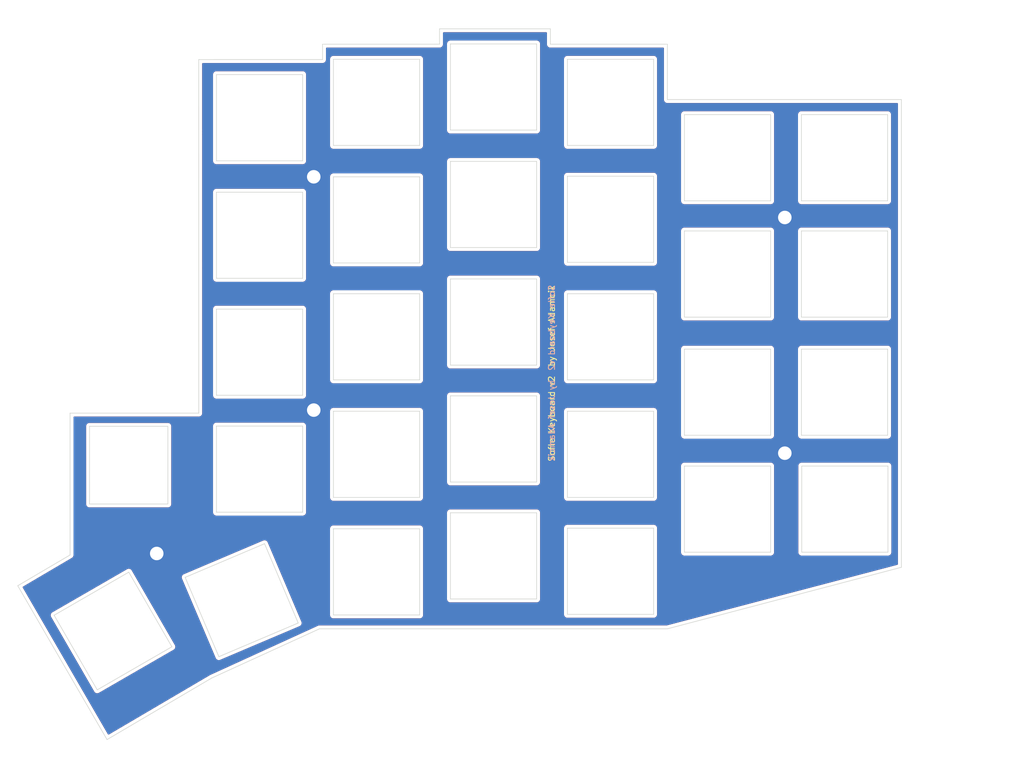
<source format=kicad_pcb>
(kicad_pcb (version 20171130) (host pcbnew 5.1.7-a382d34a8~88~ubuntu20.04.1)

  (general
    (thickness 1.6)
    (drawings 172)
    (tracks 0)
    (zones 0)
    (modules 5)
    (nets 1)
  )

  (page A4)
  (layers
    (0 F.Cu signal)
    (31 B.Cu signal)
    (32 B.Adhes user)
    (33 F.Adhes user)
    (34 B.Paste user)
    (35 F.Paste user)
    (36 B.SilkS user)
    (37 F.SilkS user)
    (38 B.Mask user)
    (39 F.Mask user)
    (40 Dwgs.User user)
    (41 Cmts.User user)
    (42 Eco1.User user)
    (43 Eco2.User user)
    (44 Edge.Cuts user)
    (45 Margin user)
    (46 B.CrtYd user)
    (47 F.CrtYd user)
    (48 B.Fab user)
    (49 F.Fab user)
  )

  (setup
    (last_trace_width 0.25)
    (trace_clearance 0.2)
    (zone_clearance 0.508)
    (zone_45_only no)
    (trace_min 0.2)
    (via_size 0.6)
    (via_drill 0.4)
    (via_min_size 0.4)
    (via_min_drill 0.3)
    (uvia_size 0.3)
    (uvia_drill 0.1)
    (uvias_allowed no)
    (uvia_min_size 0.2)
    (uvia_min_drill 0.1)
    (edge_width 0.15)
    (segment_width 0.2)
    (pcb_text_width 0.3)
    (pcb_text_size 1.5 1.5)
    (mod_edge_width 0.15)
    (mod_text_size 1 1)
    (mod_text_width 0.15)
    (pad_size 4 4)
    (pad_drill 2.2)
    (pad_to_mask_clearance 0.2)
    (aux_axis_origin 0 0)
    (visible_elements FFFFFF7F)
    (pcbplotparams
      (layerselection 0x010f0_80000001)
      (usegerberextensions false)
      (usegerberattributes true)
      (usegerberadvancedattributes true)
      (creategerberjobfile true)
      (excludeedgelayer true)
      (linewidth 0.100000)
      (plotframeref false)
      (viasonmask false)
      (mode 1)
      (useauxorigin false)
      (hpglpennumber 1)
      (hpglpenspeed 20)
      (hpglpendiameter 15.000000)
      (psnegative false)
      (psa4output false)
      (plotreference true)
      (plotvalue true)
      (plotinvisibletext false)
      (padsonsilk false)
      (subtractmaskfromsilk false)
      (outputformat 1)
      (mirror false)
      (drillshape 1)
      (scaleselection 1)
      (outputdirectory "gerbers/"))
  )

  (net 0 "")

  (net_class Default "This is the default net class."
    (clearance 0.2)
    (trace_width 0.25)
    (via_dia 0.6)
    (via_drill 0.4)
    (uvia_dia 0.3)
    (uvia_drill 0.1)
  )

  (module Wire_Pads:SolderWirePad_single_0-8mmDrill (layer B.Cu) (tedit 60030217) (tstamp 5ABD66D0)
    (at 66.700562 50.480774)
    (fp_text reference "" (at 0 0) (layer B.SilkS)
      (effects (font (size 1.27 1.27) (thickness 0.15)) (justify mirror))
    )
    (fp_text value "" (at 0 0) (layer B.SilkS)
      (effects (font (size 1.27 1.27) (thickness 0.15)) (justify mirror))
    )
    (pad 1 thru_hole circle (at 0 0) (size 4 4) (drill 2.2) (layers *.Cu *.Mask))
  )

  (module Wire_Pads:SolderWirePad_single_0-8mmDrill (layer B.Cu) (tedit 6003022E) (tstamp 5ABD66D0)
    (at 143.20028 57.091123)
    (fp_text reference "" (at 0 0) (layer B.SilkS)
      (effects (font (size 1.27 1.27) (thickness 0.15)) (justify mirror))
    )
    (fp_text value "" (at 0 0) (layer B.SilkS)
      (effects (font (size 1.27 1.27) (thickness 0.15)) (justify mirror))
    )
    (pad 2 thru_hole circle (at 0 0) (size 4 4) (drill 2.2) (layers *.Cu *.Mask))
  )

  (module Wire_Pads:SolderWirePad_single_0-8mmDrill (layer F.Cu) (tedit 6003023C) (tstamp 5ABD66D0)
    (at 143.20028 95.390512)
    (fp_text reference "" (at 0 0) (layer F.SilkS)
      (effects (font (size 1.27 1.27) (thickness 0.15)))
    )
    (fp_text value "" (at 0 0) (layer F.SilkS)
      (effects (font (size 1.27 1.27) (thickness 0.15)))
    )
    (pad 3 thru_hole circle (at 0 0) (size 4 4) (drill 2.2) (layers *.Cu *.Mask))
  )

  (module Wire_Pads:SolderWirePad_single_0-8mmDrill (layer F.Cu) (tedit 60030252) (tstamp 5ABD66D0)
    (at 41.201882 111.692232)
    (fp_text reference "" (at 0 0) (layer F.SilkS)
      (effects (font (size 1.27 1.27) (thickness 0.15)))
    )
    (fp_text value "" (at 0 0) (layer F.SilkS)
      (effects (font (size 1.27 1.27) (thickness 0.15)))
    )
    (pad 4 thru_hole circle (at 0 0) (size 4 4) (drill 2.2) (layers *.Cu *.Mask))
  )

  (module Wire_Pads:SolderWirePad_single_0-8mmDrill (layer F.Cu) (tedit 60030245) (tstamp 5ABD66D0)
    (at 66.701833 88.392305)
    (fp_text reference "" (at 0 0) (layer F.SilkS)
      (effects (font (size 1.27 1.27) (thickness 0.15)))
    )
    (fp_text value "" (at 0 0) (layer F.SilkS)
      (effects (font (size 1.27 1.27) (thickness 0.15)))
    )
    (pad 5 thru_hole circle (at 0 0) (size 4 4) (drill 2.2) (layers *.Cu *.Mask))
  )

  (gr_text "Sofle Keyboard v2  by Josef Adamcik" (at 105.35 82.4 90) (layer B.SilkS)
    (effects (font (size 1 1) (thickness 0.15)) (justify mirror))
  )
  (gr_text "Sofle Keyboard v2  by Josef Adamcik" (at 105.35 82.4 90) (layer F.SilkS)
    (effects (font (size 1 1) (thickness 0.15)))
  )
  (gr_line (start 48.024549 31.433314) (end 68.130951 31.431114) (layer Edge.Cuts) (width 0.1))
  (gr_line (start 68.130951 31.431114) (end 68.130686 28.933968) (layer Edge.Cuts) (width 0.1))
  (gr_line (start 68.130686 28.933968) (end 87.130183 28.931768) (layer Edge.Cuts) (width 0.1))
  (gr_line (start 87.130183 28.931768) (end 87.129918 26.432072) (layer Edge.Cuts) (width 0.1))
  (gr_line (start 87.129918 26.432072) (end 105.130898 26.432072) (layer Edge.Cuts) (width 0.1))
  (gr_line (start 105.130898 26.432072) (end 105.130898 28.933953) (layer Edge.Cuts) (width 0.1))
  (gr_line (start 105.130898 28.933953) (end 124.1301 28.933953) (layer Edge.Cuts) (width 0.1))
  (gr_line (start 124.1301 28.933953) (end 124.13025 37.933474) (layer Edge.Cuts) (width 0.1))
  (gr_line (start 124.13025 37.933474) (end 162.1309 37.933474) (layer Edge.Cuts) (width 0.1))
  (gr_line (start 162.1309 37.933474) (end 162.1309 113.932513) (layer Edge.Cuts) (width 0.1))
  (gr_line (start 162.1309 113.932513) (end 124.12996 123.93249) (layer Edge.Cuts) (width 0.1))
  (gr_line (start 124.12996 123.93249) (end 67.630201 123.93249) (layer Edge.Cuts) (width 0.1))
  (gr_line (start 67.630201 123.93249) (end 50.129601 131.93349) (layer Edge.Cuts) (width 0.1))
  (gr_line (start 50.129601 131.93349) (end 33.129889 141.93082) (layer Edge.Cuts) (width 0.1))
  (gr_line (start 33.129889 141.93082) (end 18.631626 116.932243) (layer Edge.Cuts) (width 0.1))
  (gr_line (start 18.631626 116.932243) (end 27.130433 111.931001) (layer Edge.Cuts) (width 0.1))
  (gr_line (start 27.130433 111.931001) (end 27.129901 88.885695) (layer Edge.Cuts) (width 0.1))
  (gr_line (start 27.129901 88.885695) (end 48.029214 88.885695) (layer Edge.Cuts) (width 0.1))
  (gr_line (start 48.029214 88.885695) (end 48.024549 31.433314) (layer Edge.Cuts) (width 0.1))
  (gr_line (start 48.024549 31.433314) (end 48.024549 31.433314) (layer Edge.Cuts) (width 0.1))
  (gr_line (start 50.902197 33.879649) (end 64.900084 33.879649) (layer Edge.Cuts) (width 0.1))
  (gr_line (start 64.900084 33.879649) (end 64.900084 47.880073) (layer Edge.Cuts) (width 0.1))
  (gr_line (start 64.900084 47.880073) (end 50.902197 47.880073) (layer Edge.Cuts) (width 0.1))
  (gr_line (start 50.902197 47.880073) (end 50.902197 33.879649) (layer Edge.Cuts) (width 0.1))
  (gr_line (start 50.902197 33.879649) (end 50.902197 33.879649) (layer Edge.Cuts) (width 0.1))
  (gr_line (start 69.903862 31.380298) (end 83.901749 31.380298) (layer Edge.Cuts) (width 0.1))
  (gr_line (start 83.901749 31.380298) (end 83.901749 45.380722) (layer Edge.Cuts) (width 0.1))
  (gr_line (start 83.901749 45.380722) (end 69.903862 45.380722) (layer Edge.Cuts) (width 0.1))
  (gr_line (start 69.903862 45.380722) (end 69.903862 31.380298) (layer Edge.Cuts) (width 0.1))
  (gr_line (start 69.903862 31.380298) (end 69.903862 31.380298) (layer Edge.Cuts) (width 0.1))
  (gr_line (start 88.900449 28.891108) (end 102.898336 28.891108) (layer Edge.Cuts) (width 0.1))
  (gr_line (start 102.898336 28.891108) (end 102.898336 42.891533) (layer Edge.Cuts) (width 0.1))
  (gr_line (start 102.898336 42.891533) (end 88.900449 42.891533) (layer Edge.Cuts) (width 0.1))
  (gr_line (start 88.900449 42.891533) (end 88.900449 28.891108) (layer Edge.Cuts) (width 0.1))
  (gr_line (start 88.900449 28.891108) (end 88.900449 28.891108) (layer Edge.Cuts) (width 0.1))
  (gr_line (start 107.899575 31.380298) (end 121.89746 31.380298) (layer Edge.Cuts) (width 0.1))
  (gr_line (start 121.89746 31.380298) (end 121.89746 45.380722) (layer Edge.Cuts) (width 0.1))
  (gr_line (start 121.89746 45.380722) (end 107.899575 45.380722) (layer Edge.Cuts) (width 0.1))
  (gr_line (start 107.899575 45.380722) (end 107.899575 31.380298) (layer Edge.Cuts) (width 0.1))
  (gr_line (start 107.899575 31.380298) (end 107.899575 31.380298) (layer Edge.Cuts) (width 0.1))
  (gr_line (start 126.90378 40.379483) (end 140.90166 40.379483) (layer Edge.Cuts) (width 0.1))
  (gr_line (start 140.90166 40.379483) (end 140.90166 54.379907) (layer Edge.Cuts) (width 0.1))
  (gr_line (start 140.90166 54.379907) (end 126.90378 54.379907) (layer Edge.Cuts) (width 0.1))
  (gr_line (start 126.90378 54.379907) (end 126.90378 40.379483) (layer Edge.Cuts) (width 0.1))
  (gr_line (start 126.90378 40.379483) (end 126.90378 40.379483) (layer Edge.Cuts) (width 0.1))
  (gr_line (start 145.90037 40.379483) (end 159.89825 40.379483) (layer Edge.Cuts) (width 0.1))
  (gr_line (start 159.89825 40.379483) (end 159.89825 54.379907) (layer Edge.Cuts) (width 0.1))
  (gr_line (start 159.89825 54.379907) (end 145.90037 54.379907) (layer Edge.Cuts) (width 0.1))
  (gr_line (start 145.90037 54.379907) (end 145.90037 40.379483) (layer Edge.Cuts) (width 0.1))
  (gr_line (start 145.90037 40.379483) (end 145.90037 40.379483) (layer Edge.Cuts) (width 0.1))
  (gr_line (start 145.90037 59.279549) (end 159.89825 59.279549) (layer Edge.Cuts) (width 0.1))
  (gr_line (start 159.89825 59.279549) (end 159.89825 73.279973) (layer Edge.Cuts) (width 0.1))
  (gr_line (start 159.89825 73.279973) (end 145.90037 73.279973) (layer Edge.Cuts) (width 0.1))
  (gr_line (start 145.90037 73.279973) (end 145.90037 59.279549) (layer Edge.Cuts) (width 0.1))
  (gr_line (start 145.90037 59.279549) (end 145.90037 59.279549) (layer Edge.Cuts) (width 0.1))
  (gr_line (start 126.90124 59.279549) (end 140.89912 59.279549) (layer Edge.Cuts) (width 0.1))
  (gr_line (start 140.89912 59.279549) (end 140.89912 73.279973) (layer Edge.Cuts) (width 0.1))
  (gr_line (start 140.89912 73.279973) (end 126.90124 73.279973) (layer Edge.Cuts) (width 0.1))
  (gr_line (start 126.90124 73.279973) (end 126.90124 59.279549) (layer Edge.Cuts) (width 0.1))
  (gr_line (start 126.90124 59.279549) (end 126.90124 59.279549) (layer Edge.Cuts) (width 0.1))
  (gr_line (start 145.90037 78.479333) (end 159.89825 78.479333) (layer Edge.Cuts) (width 0.1))
  (gr_line (start 159.89825 78.479333) (end 159.89825 92.479757) (layer Edge.Cuts) (width 0.1))
  (gr_line (start 159.89825 92.479757) (end 145.90037 92.479757) (layer Edge.Cuts) (width 0.1))
  (gr_line (start 145.90037 92.479757) (end 145.90037 78.479333) (layer Edge.Cuts) (width 0.1))
  (gr_line (start 145.90037 78.479333) (end 145.90037 78.479333) (layer Edge.Cuts) (width 0.1))
  (gr_line (start 126.90124 78.479333) (end 140.89912 78.479333) (layer Edge.Cuts) (width 0.1))
  (gr_line (start 140.89912 78.479333) (end 140.89912 92.479757) (layer Edge.Cuts) (width 0.1))
  (gr_line (start 140.89912 92.479757) (end 126.90124 92.479757) (layer Edge.Cuts) (width 0.1))
  (gr_line (start 126.90124 92.479757) (end 126.90124 78.479333) (layer Edge.Cuts) (width 0.1))
  (gr_line (start 126.90124 78.479333) (end 126.90124 78.479333) (layer Edge.Cuts) (width 0.1))
  (gr_line (start 145.95116 97.480998) (end 159.94904 97.480998) (layer Edge.Cuts) (width 0.1))
  (gr_line (start 159.94904 97.480998) (end 159.94904 111.481422) (layer Edge.Cuts) (width 0.1))
  (gr_line (start 159.94904 111.481422) (end 145.95116 111.481422) (layer Edge.Cuts) (width 0.1))
  (gr_line (start 145.95116 111.481422) (end 145.95116 97.480998) (layer Edge.Cuts) (width 0.1))
  (gr_line (start 145.95116 97.480998) (end 145.95116 97.480998) (layer Edge.Cuts) (width 0.1))
  (gr_line (start 126.90124 97.480998) (end 140.89912 97.480998) (layer Edge.Cuts) (width 0.1))
  (gr_line (start 140.89912 97.480998) (end 140.89912 111.481422) (layer Edge.Cuts) (width 0.1))
  (gr_line (start 140.89912 111.481422) (end 126.90124 111.481422) (layer Edge.Cuts) (width 0.1))
  (gr_line (start 126.90124 111.481422) (end 126.90124 97.480998) (layer Edge.Cuts) (width 0.1))
  (gr_line (start 126.90124 97.480998) (end 126.90124 97.480998) (layer Edge.Cuts) (width 0.1))
  (gr_line (start 107.899575 107.579998) (end 121.89746 107.579998) (layer Edge.Cuts) (width 0.1))
  (gr_line (start 121.89746 107.579998) (end 121.89746 121.58042) (layer Edge.Cuts) (width 0.1))
  (gr_line (start 121.89746 121.58042) (end 107.899575 121.58042) (layer Edge.Cuts) (width 0.1))
  (gr_line (start 107.899575 121.58042) (end 107.899575 107.579998) (layer Edge.Cuts) (width 0.1))
  (gr_line (start 107.899575 107.579998) (end 107.899575 107.579998) (layer Edge.Cuts) (width 0.1))
  (gr_line (start 107.899575 88.580873) (end 121.89745 88.580873) (layer Edge.Cuts) (width 0.1))
  (gr_line (start 121.89745 88.580873) (end 121.89745 102.581297) (layer Edge.Cuts) (width 0.1))
  (gr_line (start 121.89745 102.581297) (end 107.899575 102.581297) (layer Edge.Cuts) (width 0.1))
  (gr_line (start 107.899575 102.581297) (end 107.899575 88.580873) (layer Edge.Cuts) (width 0.1))
  (gr_line (start 107.899575 88.580873) (end 107.899575 88.580873) (layer Edge.Cuts) (width 0.1))
  (gr_line (start 88.900449 86.078983) (end 102.898329 86.078983) (layer Edge.Cuts) (width 0.1))
  (gr_line (start 102.898329 86.078983) (end 102.898329 100.079408) (layer Edge.Cuts) (width 0.1))
  (gr_line (start 102.898329 100.079408) (end 88.900449 100.079408) (layer Edge.Cuts) (width 0.1))
  (gr_line (start 88.900449 100.079408) (end 88.900449 86.078983) (layer Edge.Cuts) (width 0.1))
  (gr_line (start 88.900449 86.078983) (end 88.900449 86.078983) (layer Edge.Cuts) (width 0.1))
  (gr_line (start 88.900449 105.080648) (end 102.898329 105.080648) (layer Edge.Cuts) (width 0.1))
  (gr_line (start 102.898329 105.080648) (end 102.898329 119.081073) (layer Edge.Cuts) (width 0.1))
  (gr_line (start 102.898329 119.081073) (end 88.900449 119.081073) (layer Edge.Cuts) (width 0.1))
  (gr_line (start 88.900449 119.081073) (end 88.900449 105.080648) (layer Edge.Cuts) (width 0.1))
  (gr_line (start 88.900449 105.080648) (end 88.900449 105.080648) (layer Edge.Cuts) (width 0.1))
  (gr_line (start 69.901324 88.580873) (end 83.899204 88.580873) (layer Edge.Cuts) (width 0.1))
  (gr_line (start 83.899204 88.580873) (end 83.899204 102.581298) (layer Edge.Cuts) (width 0.1))
  (gr_line (start 83.899204 102.581298) (end 69.901324 102.581298) (layer Edge.Cuts) (width 0.1))
  (gr_line (start 69.901324 102.581298) (end 69.901324 88.580873) (layer Edge.Cuts) (width 0.1))
  (gr_line (start 69.901324 88.580873) (end 69.901324 88.580873) (layer Edge.Cuts) (width 0.1))
  (gr_line (start 69.901324 107.679058) (end 83.899204 107.679058) (layer Edge.Cuts) (width 0.1))
  (gr_line (start 83.899204 107.679058) (end 83.899204 121.67948) (layer Edge.Cuts) (width 0.1))
  (gr_line (start 83.899204 121.67948) (end 69.901324 121.67948) (layer Edge.Cuts) (width 0.1))
  (gr_line (start 69.901324 121.67948) (end 69.901324 107.679058) (layer Edge.Cuts) (width 0.1))
  (gr_line (start 69.901324 107.679058) (end 69.901324 107.679058) (layer Edge.Cuts) (width 0.1))
  (gr_line (start 50.902199 90.981164) (end 64.900079 90.981164) (layer Edge.Cuts) (width 0.1))
  (gr_line (start 64.900079 90.981164) (end 64.900079 104.98159) (layer Edge.Cuts) (width 0.1))
  (gr_line (start 64.900079 104.98159) (end 50.902199 104.98159) (layer Edge.Cuts) (width 0.1))
  (gr_line (start 50.902199 104.98159) (end 50.902199 90.981164) (layer Edge.Cuts) (width 0.1))
  (gr_line (start 50.902199 90.981164) (end 50.902199 90.981164) (layer Edge.Cuts) (width 0.1))
  (gr_line (start 50.902199 71.979499) (end 64.90008 71.979499) (layer Edge.Cuts) (width 0.1))
  (gr_line (start 64.90008 71.979499) (end 64.90008 85.979925) (layer Edge.Cuts) (width 0.1))
  (gr_line (start 64.90008 85.979925) (end 50.902199 85.979925) (layer Edge.Cuts) (width 0.1))
  (gr_line (start 50.902199 85.979925) (end 50.902199 71.979499) (layer Edge.Cuts) (width 0.1))
  (gr_line (start 50.902199 71.979499) (end 50.902199 71.979499) (layer Edge.Cuts) (width 0.1))
  (gr_line (start 69.901324 69.480148) (end 83.899205 69.480148) (layer Edge.Cuts) (width 0.1))
  (gr_line (start 83.899205 69.480148) (end 83.899205 83.480574) (layer Edge.Cuts) (width 0.1))
  (gr_line (start 83.899205 83.480574) (end 69.901324 83.480574) (layer Edge.Cuts) (width 0.1))
  (gr_line (start 69.901324 83.480574) (end 69.901324 69.480148) (layer Edge.Cuts) (width 0.1))
  (gr_line (start 69.901324 69.480148) (end 69.901324 69.480148) (layer Edge.Cuts) (width 0.1))
  (gr_line (start 69.903869 50.481023) (end 83.901749 50.481023) (layer Edge.Cuts) (width 0.1))
  (gr_line (start 83.901749 50.481023) (end 83.901749 64.481448) (layer Edge.Cuts) (width 0.1))
  (gr_line (start 83.901749 64.481448) (end 69.903869 64.481448) (layer Edge.Cuts) (width 0.1))
  (gr_line (start 69.903869 64.481448) (end 69.903869 50.481023) (layer Edge.Cuts) (width 0.1))
  (gr_line (start 69.903869 50.481023) (end 69.903869 50.481023) (layer Edge.Cuts) (width 0.1))
  (gr_line (start 50.902199 52.980373) (end 64.900079 52.980373) (layer Edge.Cuts) (width 0.1))
  (gr_line (start 64.900079 52.980373) (end 64.900079 66.980798) (layer Edge.Cuts) (width 0.1))
  (gr_line (start 64.900079 66.980798) (end 50.902199 66.980798) (layer Edge.Cuts) (width 0.1))
  (gr_line (start 50.902199 66.980798) (end 50.902199 52.980373) (layer Edge.Cuts) (width 0.1))
  (gr_line (start 50.902199 52.980373) (end 50.902199 52.980373) (layer Edge.Cuts) (width 0.1))
  (gr_line (start 88.900449 47.979133) (end 102.898329 47.979133) (layer Edge.Cuts) (width 0.1))
  (gr_line (start 102.898329 47.979133) (end 102.898329 61.979558) (layer Edge.Cuts) (width 0.1))
  (gr_line (start 102.898329 61.979558) (end 88.900449 61.979558) (layer Edge.Cuts) (width 0.1))
  (gr_line (start 88.900449 61.979558) (end 88.900449 47.979133) (layer Edge.Cuts) (width 0.1))
  (gr_line (start 88.900449 47.979133) (end 88.900449 47.979133) (layer Edge.Cuts) (width 0.1))
  (gr_line (start 107.899575 50.379424) (end 121.89745 50.379424) (layer Edge.Cuts) (width 0.1))
  (gr_line (start 121.89745 50.379424) (end 121.89745 64.379849) (layer Edge.Cuts) (width 0.1))
  (gr_line (start 121.89745 64.379849) (end 107.899575 64.379849) (layer Edge.Cuts) (width 0.1))
  (gr_line (start 107.899575 64.379849) (end 107.899575 50.379424) (layer Edge.Cuts) (width 0.1))
  (gr_line (start 107.899575 50.379424) (end 107.899575 50.379424) (layer Edge.Cuts) (width 0.1))
  (gr_line (start 107.899575 69.480148) (end 121.89745 69.480148) (layer Edge.Cuts) (width 0.1))
  (gr_line (start 121.89745 69.480148) (end 121.89745 83.480573) (layer Edge.Cuts) (width 0.1))
  (gr_line (start 121.89745 83.480573) (end 107.899575 83.480573) (layer Edge.Cuts) (width 0.1))
  (gr_line (start 107.899575 83.480573) (end 107.899575 69.480148) (layer Edge.Cuts) (width 0.1))
  (gr_line (start 107.899575 69.480148) (end 107.899575 69.480148) (layer Edge.Cuts) (width 0.1))
  (gr_line (start 88.900449 67.079858) (end 102.898329 67.079858) (layer Edge.Cuts) (width 0.1))
  (gr_line (start 102.898329 67.079858) (end 102.898329 81.080283) (layer Edge.Cuts) (width 0.1))
  (gr_line (start 102.898329 81.080283) (end 88.900449 81.080283) (layer Edge.Cuts) (width 0.1))
  (gr_line (start 88.900449 81.080283) (end 88.900449 67.079858) (layer Edge.Cuts) (width 0.1))
  (gr_line (start 88.900449 67.079858) (end 88.900449 67.079858) (layer Edge.Cuts) (width 0.1))
  (gr_line (start 30.292024 91.031998) (end 43.008003 91.031998) (layer Edge.Cuts) (width 0.1))
  (gr_line (start 43.008003 91.031998) (end 43.008003 103.648003) (layer Edge.Cuts) (width 0.1))
  (gr_line (start 43.008003 103.648003) (end 30.294349 103.648003) (layer Edge.Cuts) (width 0.1))
  (gr_line (start 30.294349 103.648003) (end 30.292024 91.031998) (layer Edge.Cuts) (width 0.1))
  (gr_line (start 30.292024 91.031998) (end 30.292024 91.031998) (layer Edge.Cuts) (width 0.1))
  (gr_line (start 24.539643 121.72774) (end 31.539855 133.85111) (layer Edge.Cuts) (width 0.1))
  (gr_line (start 31.539855 133.85111) (end 43.663228 126.8509) (layer Edge.Cuts) (width 0.1))
  (gr_line (start 43.663228 126.8509) (end 36.663015 114.727528) (layer Edge.Cuts) (width 0.1))
  (gr_line (start 36.663015 114.727528) (end 24.539643 121.72774) (layer Edge.Cuts) (width 0.1))
  (gr_line (start 24.539643 121.72774) (end 24.539643 121.72774) (layer Edge.Cuts) (width 0.1))
  (gr_line (start 45.822219 115.570805) (end 58.710128 110.102206) (layer Edge.Cuts) (width 0.1))
  (gr_line (start 58.710128 110.102206) (end 64.178727 122.98758) (layer Edge.Cuts) (width 0.1))
  (gr_line (start 64.178727 122.98758) (end 51.293357 128.45872) (layer Edge.Cuts) (width 0.1))
  (gr_line (start 51.293357 128.45872) (end 45.822219 115.570805) (layer Edge.Cuts) (width 0.1))
  (gr_line (start 45.822219 115.570805) (end 45.822219 115.570805) (layer Edge.Cuts) (width 0.1))

  (zone (net 0) (net_name "") (layer F.Cu) (tstamp 0) (hatch edge 0.508)
    (connect_pads (clearance 0.508))
    (min_thickness 0.254)
    (fill yes (arc_segments 32) (thermal_gap 0.508) (thermal_bridge_width 0.508))
    (polygon
      (pts
        (xy 182.05 26.25) (xy 174.15 128.65) (xy 16.4 148.85) (xy 17.9 21.75)
      )
    )
    (filled_polygon
      (pts
        (xy 104.445899 28.900295) (xy 104.442584 28.933953) (xy 104.45581 29.068236) (xy 104.494979 29.197359) (xy 104.558586 29.31636)
        (xy 104.644187 29.420664) (xy 104.748491 29.506265) (xy 104.867492 29.569872) (xy 104.996615 29.609041) (xy 105.097251 29.618953)
        (xy 105.130898 29.622267) (xy 105.164545 29.618953) (xy 123.445112 29.618953) (xy 123.44525 37.899827) (xy 123.441936 37.933474)
        (xy 123.455162 38.067757) (xy 123.494331 38.19688) (xy 123.557938 38.315881) (xy 123.643539 38.420185) (xy 123.643546 38.420191)
        (xy 123.643548 38.420193) (xy 123.666246 38.43882) (xy 123.747843 38.505786) (xy 123.747851 38.50579) (xy 123.747853 38.505792)
        (xy 123.778603 38.522228) (xy 123.866844 38.569393) (xy 123.866852 38.569395) (xy 123.866855 38.569397) (xy 123.904033 38.580674)
        (xy 123.995967 38.608562) (xy 123.995975 38.608563) (xy 123.995979 38.608564) (xy 124.033664 38.612275) (xy 124.096603 38.618474)
        (xy 124.096617 38.618474) (xy 124.130261 38.621787) (xy 124.163893 38.618474) (xy 161.4459 38.618474) (xy 161.445901 113.40445)
        (xy 124.041342 123.24749) (xy 67.651442 123.24749) (xy 67.605349 123.244626) (xy 67.55077 123.251999) (xy 67.495918 123.257402)
        (xy 67.483985 123.261022) (xy 67.47163 123.262691) (xy 67.419517 123.280578) (xy 67.366795 123.296571) (xy 67.326056 123.318346)
        (xy 49.904684 131.283125) (xy 49.903131 131.2835) (xy 49.843436 131.311126) (xy 49.814184 131.3245) (xy 49.812806 131.325302)
        (xy 49.81136 131.325971) (xy 49.783621 131.342284) (xy 49.726781 131.375358) (xy 49.725584 131.376415) (xy 33.376696 140.991003)
        (xy 22.204706 121.72774) (xy 23.851329 121.72774) (xy 23.855747 121.772593) (xy 23.857223 121.817616) (xy 23.862344 121.839574)
        (xy 23.864555 121.862023) (xy 23.877636 121.905147) (xy 23.887869 121.949023) (xy 23.897177 121.969563) (xy 23.903724 121.991146)
        (xy 23.924969 122.030892) (xy 23.929608 122.04113) (xy 23.943563 122.071925) (xy 23.956696 122.09025) (xy 23.967331 122.110147)
        (xy 23.974511 122.118896) (xy 30.929826 134.164512) (xy 30.943775 134.195295) (xy 30.963462 134.222766) (xy 30.963468 134.222776)
        (xy 31.022374 134.304971) (xy 31.120862 134.397205) (xy 31.235451 134.468454) (xy 31.282975 134.486338) (xy 31.361739 134.515978)
        (xy 31.468079 134.53353) (xy 31.494869 134.537952) (xy 31.49487 134.537952) (xy 31.629731 134.53353) (xy 31.761137 134.502884)
        (xy 31.853245 134.461145) (xy 31.853248 134.461143) (xy 31.88404 134.44719) (xy 31.911519 134.427497) (xy 43.976623 127.460933)
        (xy 44.007413 127.446981) (xy 44.034889 127.42729) (xy 44.034894 127.427287) (xy 44.117089 127.368381) (xy 44.209323 127.269893)
        (xy 44.209324 127.269892) (xy 44.280573 127.155303) (xy 44.328096 127.029016) (xy 44.35007 126.895885) (xy 44.345648 126.761024)
        (xy 44.315002 126.629617) (xy 44.273263 126.537509) (xy 44.27326 126.537504) (xy 44.259308 126.506715) (xy 44.239617 126.479238)
        (xy 37.940927 115.570805) (xy 45.133905 115.570805) (xy 45.134197 115.573765) (xy 45.133931 115.576721) (xy 45.133937 115.576778)
        (xy 45.133932 115.576836) (xy 45.140806 115.640874) (xy 45.147131 115.705088) (xy 45.147995 115.707935) (xy 45.148311 115.710886)
        (xy 45.148328 115.710939) (xy 45.148334 115.710998) (xy 45.167577 115.772488) (xy 45.1863 115.834211) (xy 45.187702 115.836834)
        (xy 45.188588 115.839667) (xy 45.204808 115.869395) (xy 50.649686 128.695453) (xy 50.65979 128.727733) (xy 50.684724 128.773406)
        (xy 50.724417 128.846126) (xy 50.724438 128.846151) (xy 50.724446 128.846166) (xy 50.758644 128.887094) (xy 50.810928 128.949676)
        (xy 50.810949 128.949693) (xy 50.810964 128.949711) (xy 50.859901 128.989155) (xy 50.915979 129.03436) (xy 50.916003 129.034373)
        (xy 50.916021 129.034387) (xy 50.972574 129.063976) (xy 51.035532 129.096921) (xy 51.035556 129.096928) (xy 51.035579 129.09694)
        (xy 51.105673 129.117529) (xy 51.164993 129.134958) (xy 51.165015 129.13496) (xy 51.165042 129.134968) (xy 51.233546 129.141104)
        (xy 51.299388 129.147007) (xy 51.299415 129.147004) (xy 51.299437 129.147006) (xy 51.362192 129.140265) (xy 51.43355 129.132605)
        (xy 51.433574 129.132598) (xy 51.433598 129.132595) (xy 51.499989 129.111814) (xy 51.562325 129.092306) (xy 51.592021 129.076097)
        (xy 64.415434 123.631265) (xy 64.447634 123.621192) (xy 64.477351 123.604975) (xy 64.477415 123.604948) (xy 64.512736 123.585665)
        (xy 64.566078 123.556556) (xy 64.56612 123.556521) (xy 64.566173 123.556492) (xy 64.621572 123.510203) (xy 64.669637 123.470055)
        (xy 64.66967 123.470014) (xy 64.669718 123.469974) (xy 64.715084 123.413688) (xy 64.754331 123.365012) (xy 64.754356 123.364964)
        (xy 64.754394 123.364917) (xy 64.786633 123.303297) (xy 64.816904 123.245465) (xy 64.81692 123.245411) (xy 64.816947 123.245359)
        (xy 64.835902 123.180826) (xy 64.854953 123.116008) (xy 64.854958 123.11595) (xy 64.854974 123.115896) (xy 64.860917 123.049553)
        (xy 64.867014 122.981614) (xy 64.867008 122.981557) (xy 64.867013 122.9815) (xy 64.860075 122.916919) (xy 64.852625 122.84745)
        (xy 64.852607 122.847391) (xy 64.852601 122.847339) (xy 64.833145 122.785181) (xy 64.822433 122.75094) (xy 64.82241 122.750887)
        (xy 64.812294 122.718567) (xy 64.796121 122.688942) (xy 59.353845 109.865592) (xy 59.343759 109.833344) (xy 59.327552 109.803639)
        (xy 59.327544 109.803621) (xy 59.314922 109.78049) (xy 59.279132 109.714895) (xy 59.279114 109.714874) (xy 59.279104 109.714855)
        (xy 59.240166 109.668239) (xy 59.192638 109.61133) (xy 59.192618 109.611314) (xy 59.192603 109.611296) (xy 59.145345 109.573193)
        (xy 59.087601 109.526628) (xy 59.087576 109.526615) (xy 59.08756 109.526602) (xy 59.033834 109.498481) (xy 58.968058 109.464047)
        (xy 58.968034 109.46404) (xy 58.968013 109.464029) (xy 58.905518 109.445661) (xy 58.838604 109.425989) (xy 58.838579 109.425987)
        (xy 58.838556 109.42598) (xy 58.775543 109.420325) (xy 58.704211 109.413918) (xy 58.704184 109.413921) (xy 58.704163 109.413919)
        (xy 58.643104 109.420467) (xy 58.570046 109.428298) (xy 58.570022 109.428306) (xy 58.569999 109.428308) (xy 58.506406 109.448202)
        (xy 58.473534 109.458483) (xy 58.473512 109.458492) (xy 58.441221 109.468594) (xy 58.411564 109.484778) (xy 45.588341 114.925929)
        (xy 45.558813 114.934886) (xy 45.556139 114.936315) (xy 45.553251 114.937219) (xy 45.49707 114.967884) (xy 45.496722 114.968074)
        (xy 45.439812 114.998493) (xy 45.437513 115.000379) (xy 45.434908 115.001801) (xy 45.434863 115.001839) (xy 45.434813 115.001866)
        (xy 45.385367 115.043175) (xy 45.335508 115.084094) (xy 45.333621 115.086394) (xy 45.331343 115.088296) (xy 45.33131 115.088337)
        (xy 45.331262 115.088377) (xy 45.290804 115.138566) (xy 45.249907 115.188398) (xy 45.248506 115.19102) (xy 45.246641 115.193332)
        (xy 45.246614 115.193383) (xy 45.246578 115.193428) (xy 45.216714 115.250499) (xy 45.1863 115.307399) (xy 45.185436 115.310246)
        (xy 45.18406 115.312875) (xy 45.184043 115.312932) (xy 45.184017 115.312982) (xy 45.165867 115.374757) (xy 45.147131 115.436522)
        (xy 45.14684 115.43948) (xy 45.146002 115.442329) (xy 45.145997 115.442389) (xy 45.145981 115.442442) (xy 45.140231 115.506579)
        (xy 45.133905 115.570805) (xy 37.940927 115.570805) (xy 37.273049 114.414137) (xy 37.259095 114.383343) (xy 37.205484 114.308536)
        (xy 37.180494 114.273667) (xy 37.082007 114.181432) (xy 36.967418 114.110184) (xy 36.841131 114.06266) (xy 36.707999 114.040686)
        (xy 36.573138 114.045108) (xy 36.441731 114.075754) (xy 36.349624 114.117493) (xy 36.349619 114.117496) (xy 36.31883 114.131448)
        (xy 36.291355 114.151138) (xy 24.226258 121.117703) (xy 24.195458 121.13166) (xy 24.177133 121.144793) (xy 24.157236 121.155428)
        (xy 24.122394 121.184023) (xy 24.102872 121.198013) (xy 24.085782 121.210261) (xy 24.070369 121.226718) (xy 24.052932 121.241029)
        (xy 24.024342 121.275865) (xy 23.993547 121.308748) (xy 23.981641 121.327896) (xy 23.967331 121.345333) (xy 23.946085 121.385082)
        (xy 23.922299 121.423337) (xy 23.914358 121.44444) (xy 23.903724 121.464334) (xy 23.890641 121.507462) (xy 23.874775 121.549624)
        (xy 23.871103 121.571871) (xy 23.864555 121.593457) (xy 23.860138 121.638306) (xy 23.852801 121.682756) (xy 23.85354 121.705292)
        (xy 23.851329 121.72774) (xy 22.204706 121.72774) (xy 19.565671 117.177394) (xy 27.465769 112.528472) (xy 27.512853 112.503304)
        (xy 27.549853 112.472937) (xy 27.588546 112.444721) (xy 27.601913 112.430209) (xy 27.617155 112.4177) (xy 27.64752 112.380698)
        (xy 27.679965 112.345476) (xy 27.690243 112.328639) (xy 27.702753 112.313394) (xy 27.725318 112.271176) (xy 27.750267 112.230303)
        (xy 27.757062 112.211785) (xy 27.766358 112.194392) (xy 27.780256 112.148573) (xy 27.796747 112.103629) (xy 27.799798 112.084146)
        (xy 27.805524 112.065268) (xy 27.810216 112.017616) (xy 27.817622 111.970321) (xy 27.815432 111.916956) (xy 27.815424 111.531199)
        (xy 39.566882 111.531199) (xy 39.566882 111.853265) (xy 39.629714 112.169144) (xy 39.752964 112.466695) (xy 39.931895 112.734484)
        (xy 40.15963 112.962219) (xy 40.427419 113.14115) (xy 40.72497 113.2644) (xy 41.040849 113.327232) (xy 41.362915 113.327232)
        (xy 41.678794 113.2644) (xy 41.976345 113.14115) (xy 42.244134 112.962219) (xy 42.471869 112.734484) (xy 42.6508 112.466695)
        (xy 42.77405 112.169144) (xy 42.836882 111.853265) (xy 42.836882 111.531199) (xy 42.77405 111.21532) (xy 42.6508 110.917769)
        (xy 42.471869 110.64998) (xy 42.244134 110.422245) (xy 41.976345 110.243314) (xy 41.678794 110.120064) (xy 41.362915 110.057232)
        (xy 41.040849 110.057232) (xy 40.72497 110.120064) (xy 40.427419 110.243314) (xy 40.15963 110.422245) (xy 39.931895 110.64998)
        (xy 39.752964 110.917769) (xy 39.629714 111.21532) (xy 39.566882 111.531199) (xy 27.815424 111.531199) (xy 27.815336 107.679058)
        (xy 69.21301 107.679058) (xy 69.216325 107.712715) (xy 69.216324 121.645833) (xy 69.21301 121.67948) (xy 69.226236 121.813763)
        (xy 69.265405 121.942886) (xy 69.329012 122.061887) (xy 69.414613 122.166191) (xy 69.518917 122.251792) (xy 69.637918 122.315399)
        (xy 69.767041 122.354568) (xy 69.859342 122.363659) (xy 69.901324 122.367794) (xy 69.934971 122.36448) (xy 83.865557 122.36448)
        (xy 83.899204 122.367794) (xy 83.941187 122.363659) (xy 84.033487 122.354568) (xy 84.16261 122.315399) (xy 84.281611 122.251792)
        (xy 84.385915 122.166191) (xy 84.471516 122.061887) (xy 84.535123 121.942886) (xy 84.574292 121.813763) (xy 84.587518 121.67948)
        (xy 84.584204 121.645833) (xy 84.584204 107.712705) (xy 84.587518 107.679058) (xy 84.574292 107.544775) (xy 84.535123 107.415652)
        (xy 84.471516 107.296651) (xy 84.385915 107.192347) (xy 84.281611 107.106746) (xy 84.16261 107.043139) (xy 84.033487 107.00397)
        (xy 83.932851 106.994058) (xy 83.899204 106.990744) (xy 83.865557 106.994058) (xy 69.934971 106.994058) (xy 69.901324 106.990744)
        (xy 69.867677 106.994058) (xy 69.767041 107.00397) (xy 69.637918 107.043139) (xy 69.518917 107.106746) (xy 69.414613 107.192347)
        (xy 69.329012 107.296651) (xy 69.265405 107.415652) (xy 69.226236 107.544775) (xy 69.21301 107.679058) (xy 27.815336 107.679058)
        (xy 27.814951 91.031998) (xy 29.60371 91.031998) (xy 29.60703 91.06571) (xy 29.609344 103.614411) (xy 29.606035 103.648003)
        (xy 29.609356 103.681721) (xy 29.609356 103.681776) (xy 29.612312 103.711735) (xy 29.619261 103.782286) (xy 29.61928 103.782348)
        (xy 29.619286 103.78241) (xy 29.637995 103.844044) (xy 29.65843 103.911409) (xy 29.658462 103.911469) (xy 29.658479 103.911525)
        (xy 29.688155 103.967022) (xy 29.722037 104.03041) (xy 29.72208 104.030462) (xy 29.722108 104.030515) (xy 29.762538 104.07976)
        (xy 29.807638 104.134714) (xy 29.80769 104.134757) (xy 29.807728 104.134803) (xy 29.856877 104.175124) (xy 29.911942 104.220315)
        (xy 29.912001 104.220347) (xy 29.912048 104.220385) (xy 29.967932 104.250242) (xy 30.030943 104.283922) (xy 30.031008 104.283942)
        (xy 30.031061 104.28397) (xy 30.091392 104.302259) (xy 30.160066 104.323091) (xy 30.160134 104.323098) (xy 30.160191 104.323115)
        (xy 30.222693 104.329259) (xy 30.260702 104.333003) (xy 30.260774 104.333003) (xy 30.294475 104.336316) (xy 30.32805 104.333003)
        (xy 42.974356 104.333003) (xy 43.008003 104.336317) (xy 43.142286 104.323091) (xy 43.271409 104.283922) (xy 43.39041 104.220315)
        (xy 43.494714 104.134714) (xy 43.580315 104.03041) (xy 43.643922 103.911409) (xy 43.683091 103.782286) (xy 43.693003 103.68165)
        (xy 43.696317 103.648003) (xy 43.693003 103.614356) (xy 43.693003 91.065645) (xy 43.696317 91.031998) (xy 43.691311 90.981164)
        (xy 50.213885 90.981164) (xy 50.2172 91.014821) (xy 50.217199 104.947943) (xy 50.213885 104.98159) (xy 50.227111 105.115873)
        (xy 50.26628 105.244996) (xy 50.329887 105.363997) (xy 50.415488 105.468301) (xy 50.519792 105.553902) (xy 50.638793 105.617509)
        (xy 50.767916 105.656678) (xy 50.902199 105.669904) (xy 50.935846 105.66659) (xy 64.866432 105.66659) (xy 64.900079 105.669904)
        (xy 65.034362 105.656678) (xy 65.163485 105.617509) (xy 65.282486 105.553902) (xy 65.38679 105.468301) (xy 65.472391 105.363997)
        (xy 65.535998 105.244996) (xy 65.575167 105.115873) (xy 65.578636 105.080648) (xy 88.212135 105.080648) (xy 88.21545 105.114305)
        (xy 88.215449 119.047426) (xy 88.212135 119.081073) (xy 88.225361 119.215356) (xy 88.26453 119.344479) (xy 88.328137 119.46348)
        (xy 88.413738 119.567784) (xy 88.518042 119.653385) (xy 88.637043 119.716992) (xy 88.766166 119.756161) (xy 88.900449 119.769387)
        (xy 88.934096 119.766073) (xy 102.864682 119.766073) (xy 102.898329 119.769387) (xy 103.032612 119.756161) (xy 103.161735 119.716992)
        (xy 103.280736 119.653385) (xy 103.38504 119.567784) (xy 103.470641 119.46348) (xy 103.534248 119.344479) (xy 103.573417 119.215356)
        (xy 103.583329 119.11472) (xy 103.583329 119.114719) (xy 103.586643 119.081073) (xy 103.583329 119.047426) (xy 103.583329 107.579998)
        (xy 107.211261 107.579998) (xy 107.214576 107.613655) (xy 107.214575 121.546773) (xy 107.211261 121.58042) (xy 107.224487 121.714703)
        (xy 107.263656 121.843826) (xy 107.327263 121.962827) (xy 107.412864 122.067131) (xy 107.465279 122.110147) (xy 107.517168 122.152732)
        (xy 107.636169 122.216339) (xy 107.765292 122.255508) (xy 107.899575 122.268734) (xy 107.933222 122.26542) (xy 121.863813 122.26542)
        (xy 121.89746 122.268734) (xy 122.031743 122.255508) (xy 122.160866 122.216339) (xy 122.279867 122.152732) (xy 122.384171 122.067131)
        (xy 122.469772 121.962827) (xy 122.533379 121.843826) (xy 122.572548 121.714703) (xy 122.58246 121.614067) (xy 122.58246 121.614066)
        (xy 122.585774 121.58042) (xy 122.58246 121.546773) (xy 122.58246 107.613645) (xy 122.585774 107.579998) (xy 122.572548 107.445715)
        (xy 122.533379 107.316592) (xy 122.469772 107.197591) (xy 122.384171 107.093287) (xy 122.279867 107.007686) (xy 122.160866 106.944079)
        (xy 122.031743 106.90491) (xy 121.931107 106.894998) (xy 121.89746 106.891684) (xy 121.863813 106.894998) (xy 107.933222 106.894998)
        (xy 107.899575 106.891684) (xy 107.865928 106.894998) (xy 107.765292 106.90491) (xy 107.636169 106.944079) (xy 107.517168 107.007686)
        (xy 107.412864 107.093287) (xy 107.327263 107.197591) (xy 107.263656 107.316592) (xy 107.224487 107.445715) (xy 107.211261 107.579998)
        (xy 103.583329 107.579998) (xy 103.583329 105.114295) (xy 103.586643 105.080648) (xy 103.573417 104.946365) (xy 103.534248 104.817242)
        (xy 103.470641 104.698241) (xy 103.38504 104.593937) (xy 103.280736 104.508336) (xy 103.161735 104.444729) (xy 103.032612 104.40556)
        (xy 102.931976 104.395648) (xy 102.898329 104.392334) (xy 102.864682 104.395648) (xy 88.934096 104.395648) (xy 88.900449 104.392334)
        (xy 88.866802 104.395648) (xy 88.766166 104.40556) (xy 88.637043 104.444729) (xy 88.518042 104.508336) (xy 88.413738 104.593937)
        (xy 88.328137 104.698241) (xy 88.26453 104.817242) (xy 88.225361 104.946365) (xy 88.212135 105.080648) (xy 65.578636 105.080648)
        (xy 65.585079 105.015237) (xy 65.585079 105.015236) (xy 65.588393 104.98159) (xy 65.585079 104.947943) (xy 65.585079 91.014811)
        (xy 65.588393 90.981164) (xy 65.575167 90.846881) (xy 65.535998 90.717758) (xy 65.472391 90.598757) (xy 65.38679 90.494453)
        (xy 65.282486 90.408852) (xy 65.163485 90.345245) (xy 65.034362 90.306076) (xy 64.933726 90.296164) (xy 64.900079 90.29285)
        (xy 64.866432 90.296164) (xy 50.935846 90.296164) (xy 50.902199 90.29285) (xy 50.868552 90.296164) (xy 50.767916 90.306076)
        (xy 50.638793 90.345245) (xy 50.519792 90.408852) (xy 50.415488 90.494453) (xy 50.329887 90.598757) (xy 50.26628 90.717758)
        (xy 50.227111 90.846881) (xy 50.213885 90.981164) (xy 43.691311 90.981164) (xy 43.683091 90.897715) (xy 43.643922 90.768592)
        (xy 43.580315 90.649591) (xy 43.494714 90.545287) (xy 43.39041 90.459686) (xy 43.271409 90.396079) (xy 43.142286 90.35691)
        (xy 43.04165 90.346998) (xy 43.008003 90.343684) (xy 42.974356 90.346998) (xy 30.325599 90.346998) (xy 30.291898 90.343685)
        (xy 30.228617 90.349929) (xy 30.157741 90.35691) (xy 30.157679 90.356929) (xy 30.157617 90.356935) (xy 30.095267 90.375861)
        (xy 30.028618 90.396079) (xy 30.02856 90.39611) (xy 30.028501 90.396128) (xy 29.971811 90.426443) (xy 29.909617 90.459686)
        (xy 29.909565 90.459729) (xy 29.909512 90.459757) (xy 29.860267 90.500187) (xy 29.805313 90.545287) (xy 29.80527 90.545339)
        (xy 29.805224 90.545377) (xy 29.764903 90.594526) (xy 29.719712 90.649591) (xy 29.71968 90.64965) (xy 29.719642 90.649697)
        (xy 29.689785 90.705581) (xy 29.656105 90.768592) (xy 29.656085 90.768657) (xy 29.656057 90.76871) (xy 29.637768 90.829041)
        (xy 29.616936 90.897715) (xy 29.616929 90.897783) (xy 29.616912 90.89784) (xy 29.610553 90.962518) (xy 29.60371 91.031998)
        (xy 27.814951 91.031998) (xy 27.814917 89.570695) (xy 47.995604 89.570695) (xy 48.029269 89.574008) (xy 48.082614 89.568749)
        (xy 48.163497 89.560783) (xy 48.16353 89.560773) (xy 48.163551 89.560771) (xy 48.215397 89.545039) (xy 48.29262 89.521614)
        (xy 48.292648 89.521599) (xy 48.292671 89.521592) (xy 48.342062 89.495187) (xy 48.411621 89.458007) (xy 48.411647 89.457986)
        (xy 48.411667 89.457975) (xy 48.455311 89.422151) (xy 48.515925 89.372406) (xy 48.515945 89.372382) (xy 48.515964 89.372366)
        (xy 48.554402 89.325522) (xy 48.601526 89.268102) (xy 48.60154 89.268076) (xy 48.601557 89.268055) (xy 48.631056 89.212854)
        (xy 48.665133 89.149101) (xy 48.665142 89.149072) (xy 48.665154 89.149049) (xy 48.681909 89.093797) (xy 48.704302 89.019978)
        (xy 48.704305 89.019944) (xy 48.704312 89.019922) (xy 48.709886 88.96328) (xy 48.717528 88.885695) (xy 48.714211 88.852013)
        (xy 48.714161 88.231272) (xy 65.066833 88.231272) (xy 65.066833 88.553338) (xy 65.129665 88.869217) (xy 65.252915 89.166768)
        (xy 65.431846 89.434557) (xy 65.659581 89.662292) (xy 65.92737 89.841223) (xy 66.224921 89.964473) (xy 66.5408 90.027305)
        (xy 66.862866 90.027305) (xy 67.178745 89.964473) (xy 67.476296 89.841223) (xy 67.744085 89.662292) (xy 67.97182 89.434557)
        (xy 68.150751 89.166768) (xy 68.274001 88.869217) (xy 68.331355 88.580873) (xy 69.21301 88.580873) (xy 69.216325 88.61453)
        (xy 69.216324 102.547651) (xy 69.21301 102.581298) (xy 69.226236 102.715581) (xy 69.265405 102.844704) (xy 69.329012 102.963705)
        (xy 69.414613 103.068009) (xy 69.518916 103.153609) (xy 69.518917 103.15361) (xy 69.637918 103.217217) (xy 69.767041 103.256386)
        (xy 69.901324 103.269612) (xy 69.934971 103.266298) (xy 83.865557 103.266298) (xy 83.899204 103.269612) (xy 84.033487 103.256386)
        (xy 84.16261 103.217217) (xy 84.281611 103.15361) (xy 84.385915 103.068009) (xy 84.471516 102.963705) (xy 84.535123 102.844704)
        (xy 84.574292 102.715581) (xy 84.584204 102.614945) (xy 84.584204 102.614943) (xy 84.587518 102.581298) (xy 84.584204 102.547651)
        (xy 84.584204 88.61452) (xy 84.587518 88.580873) (xy 84.574292 88.44659) (xy 84.535123 88.317467) (xy 84.471516 88.198466)
        (xy 84.385915 88.094162) (xy 84.281611 88.008561) (xy 84.16261 87.944954) (xy 84.033487 87.905785) (xy 83.932851 87.895873)
        (xy 83.899204 87.892559) (xy 83.865557 87.895873) (xy 69.934971 87.895873) (xy 69.901324 87.892559) (xy 69.867677 87.895873)
        (xy 69.767041 87.905785) (xy 69.637918 87.944954) (xy 69.518917 88.008561) (xy 69.414613 88.094162) (xy 69.329012 88.198466)
        (xy 69.265405 88.317467) (xy 69.226236 88.44659) (xy 69.21301 88.580873) (xy 68.331355 88.580873) (xy 68.336833 88.553338)
        (xy 68.336833 88.231272) (xy 68.274001 87.915393) (xy 68.150751 87.617842) (xy 67.97182 87.350053) (xy 67.744085 87.122318)
        (xy 67.476296 86.943387) (xy 67.178745 86.820137) (xy 66.862866 86.757305) (xy 66.5408 86.757305) (xy 66.224921 86.820137)
        (xy 65.92737 86.943387) (xy 65.659581 87.122318) (xy 65.431846 87.350053) (xy 65.252915 87.617842) (xy 65.129665 87.915393)
        (xy 65.066833 88.231272) (xy 48.714161 88.231272) (xy 48.712842 71.979499) (xy 50.213885 71.979499) (xy 50.2172 72.013156)
        (xy 50.217199 85.946278) (xy 50.213885 85.979925) (xy 50.227111 86.114208) (xy 50.26628 86.243331) (xy 50.329887 86.362332)
        (xy 50.415488 86.466636) (xy 50.519792 86.552237) (xy 50.638793 86.615844) (xy 50.767916 86.655013) (xy 50.902199 86.668239)
        (xy 50.935846 86.664925) (xy 64.866433 86.664925) (xy 64.90008 86.668239) (xy 65.034363 86.655013) (xy 65.163486 86.615844)
        (xy 65.282487 86.552237) (xy 65.386791 86.466636) (xy 65.472392 86.362332) (xy 65.535999 86.243331) (xy 65.575168 86.114208)
        (xy 65.578637 86.078983) (xy 88.212135 86.078983) (xy 88.21545 86.11264) (xy 88.215449 100.045761) (xy 88.212135 100.079408)
        (xy 88.225361 100.213691) (xy 88.26453 100.342814) (xy 88.328137 100.461815) (xy 88.413738 100.566119) (xy 88.518042 100.65172)
        (xy 88.637043 100.715327) (xy 88.766166 100.754496) (xy 88.900449 100.767722) (xy 88.934096 100.764408) (xy 102.864682 100.764408)
        (xy 102.898329 100.767722) (xy 103.032612 100.754496) (xy 103.161735 100.715327) (xy 103.280736 100.65172) (xy 103.38504 100.566119)
        (xy 103.470641 100.461815) (xy 103.534248 100.342814) (xy 103.573417 100.213691) (xy 103.583329 100.113055) (xy 103.583329 100.113054)
        (xy 103.586643 100.079408) (xy 103.583329 100.045761) (xy 103.583329 88.580873) (xy 107.211261 88.580873) (xy 107.214576 88.61453)
        (xy 107.214575 102.54765) (xy 107.211261 102.581297) (xy 107.224487 102.71558) (xy 107.263656 102.844703) (xy 107.327263 102.963704)
        (xy 107.412864 103.068008) (xy 107.517168 103.153609) (xy 107.636169 103.217216) (xy 107.765292 103.256385) (xy 107.899575 103.269611)
        (xy 107.933222 103.266297) (xy 121.863803 103.266297) (xy 121.89745 103.269611) (xy 122.031733 103.256385) (xy 122.160856 103.217216)
        (xy 122.279857 103.153609) (xy 122.384161 103.068008) (xy 122.469762 102.963704) (xy 122.533369 102.844703) (xy 122.572538 102.71558)
        (xy 122.58245 102.614944) (xy 122.58245 102.614943) (xy 122.585764 102.581297) (xy 122.58245 102.54765) (xy 122.58245 97.480998)
        (xy 126.212926 97.480998) (xy 126.216241 97.514655) (xy 126.21624 111.447775) (xy 126.212926 111.481422) (xy 126.226152 111.615705)
        (xy 126.265321 111.744828) (xy 126.328928 111.863829) (xy 126.414529 111.968133) (xy 126.518833 112.053734) (xy 126.637834 112.117341)
        (xy 126.766957 112.15651) (xy 126.90124 112.169736) (xy 126.934887 112.166422) (xy 140.865473 112.166422) (xy 140.89912 112.169736)
        (xy 141.033403 112.15651) (xy 141.162526 112.117341) (xy 141.281527 112.053734) (xy 141.385831 111.968133) (xy 141.471432 111.863829)
        (xy 141.535039 111.744828) (xy 141.574208 111.615705) (xy 141.58412 111.515069) (xy 141.58412 111.515068) (xy 141.587434 111.481422)
        (xy 141.58412 111.447775) (xy 141.58412 97.514645) (xy 141.587434 97.480998) (xy 145.262846 97.480998) (xy 145.266161 97.514655)
        (xy 145.26616 111.447775) (xy 145.262846 111.481422) (xy 145.276072 111.615705) (xy 145.315241 111.744828) (xy 145.378848 111.863829)
        (xy 145.464449 111.968133) (xy 145.568753 112.053734) (xy 145.687754 112.117341) (xy 145.816877 112.15651) (xy 145.95116 112.169736)
        (xy 145.984807 112.166422) (xy 159.915393 112.166422) (xy 159.94904 112.169736) (xy 160.083323 112.15651) (xy 160.212446 112.117341)
        (xy 160.331447 112.053734) (xy 160.435751 111.968133) (xy 160.521352 111.863829) (xy 160.584959 111.744828) (xy 160.624128 111.615705)
        (xy 160.63404 111.515069) (xy 160.63404 111.515068) (xy 160.637354 111.481422) (xy 160.63404 111.447775) (xy 160.63404 97.514645)
        (xy 160.637354 97.480998) (xy 160.624128 97.346715) (xy 160.584959 97.217592) (xy 160.521352 97.098591) (xy 160.435751 96.994287)
        (xy 160.331447 96.908686) (xy 160.212446 96.845079) (xy 160.083323 96.80591) (xy 159.982687 96.795998) (xy 159.94904 96.792684)
        (xy 159.915393 96.795998) (xy 145.984807 96.795998) (xy 145.95116 96.792684) (xy 145.917513 96.795998) (xy 145.816877 96.80591)
        (xy 145.687754 96.845079) (xy 145.568753 96.908686) (xy 145.464449 96.994287) (xy 145.378848 97.098591) (xy 145.315241 97.217592)
        (xy 145.276072 97.346715) (xy 145.262846 97.480998) (xy 141.587434 97.480998) (xy 141.574208 97.346715) (xy 141.535039 97.217592)
        (xy 141.471432 97.098591) (xy 141.385831 96.994287) (xy 141.281527 96.908686) (xy 141.162526 96.845079) (xy 141.033403 96.80591)
        (xy 140.932767 96.795998) (xy 140.89912 96.792684) (xy 140.865473 96.795998) (xy 126.934887 96.795998) (xy 126.90124 96.792684)
        (xy 126.867593 96.795998) (xy 126.766957 96.80591) (xy 126.637834 96.845079) (xy 126.518833 96.908686) (xy 126.414529 96.994287)
        (xy 126.328928 97.098591) (xy 126.265321 97.217592) (xy 126.226152 97.346715) (xy 126.212926 97.480998) (xy 122.58245 97.480998)
        (xy 122.58245 95.229479) (xy 141.56528 95.229479) (xy 141.56528 95.551545) (xy 141.628112 95.867424) (xy 141.751362 96.164975)
        (xy 141.930293 96.432764) (xy 142.158028 96.660499) (xy 142.425817 96.83943) (xy 142.723368 96.96268) (xy 143.039247 97.025512)
        (xy 143.361313 97.025512) (xy 143.677192 96.96268) (xy 143.974743 96.83943) (xy 144.242532 96.660499) (xy 144.470267 96.432764)
        (xy 144.649198 96.164975) (xy 144.772448 95.867424) (xy 144.83528 95.551545) (xy 144.83528 95.229479) (xy 144.772448 94.9136)
        (xy 144.649198 94.616049) (xy 144.470267 94.34826) (xy 144.242532 94.120525) (xy 143.974743 93.941594) (xy 143.677192 93.818344)
        (xy 143.361313 93.755512) (xy 143.039247 93.755512) (xy 142.723368 93.818344) (xy 142.425817 93.941594) (xy 142.158028 94.120525)
        (xy 141.930293 94.34826) (xy 141.751362 94.616049) (xy 141.628112 94.9136) (xy 141.56528 95.229479) (xy 122.58245 95.229479)
        (xy 122.58245 88.61452) (xy 122.585764 88.580873) (xy 122.572538 88.44659) (xy 122.533369 88.317467) (xy 122.469762 88.198466)
        (xy 122.384161 88.094162) (xy 122.279857 88.008561) (xy 122.160856 87.944954) (xy 122.031733 87.905785) (xy 121.931097 87.895873)
        (xy 121.89745 87.892559) (xy 121.863803 87.895873) (xy 107.933222 87.895873) (xy 107.899575 87.892559) (xy 107.865928 87.895873)
        (xy 107.765292 87.905785) (xy 107.636169 87.944954) (xy 107.517168 88.008561) (xy 107.412864 88.094162) (xy 107.327263 88.198466)
        (xy 107.263656 88.317467) (xy 107.224487 88.44659) (xy 107.211261 88.580873) (xy 103.583329 88.580873) (xy 103.583329 86.11263)
        (xy 103.586643 86.078983) (xy 103.573417 85.9447) (xy 103.534248 85.815577) (xy 103.470641 85.696576) (xy 103.38504 85.592272)
        (xy 103.280736 85.506671) (xy 103.161735 85.443064) (xy 103.032612 85.403895) (xy 102.931976 85.393983) (xy 102.898329 85.390669)
        (xy 102.864682 85.393983) (xy 88.934096 85.393983) (xy 88.900449 85.390669) (xy 88.866802 85.393983) (xy 88.766166 85.403895)
        (xy 88.637043 85.443064) (xy 88.518042 85.506671) (xy 88.413738 85.592272) (xy 88.328137 85.696576) (xy 88.26453 85.815577)
        (xy 88.225361 85.9447) (xy 88.212135 86.078983) (xy 65.578637 86.078983) (xy 65.58508 86.013572) (xy 65.58508 86.013571)
        (xy 65.588394 85.979925) (xy 65.58508 85.946278) (xy 65.58508 72.013146) (xy 65.588394 71.979499) (xy 65.575168 71.845216)
        (xy 65.535999 71.716093) (xy 65.472392 71.597092) (xy 65.386791 71.492788) (xy 65.282487 71.407187) (xy 65.163486 71.34358)
        (xy 65.034363 71.304411) (xy 64.933727 71.294499) (xy 64.90008 71.291185) (xy 64.866433 71.294499) (xy 50.935846 71.294499)
        (xy 50.902199 71.291185) (xy 50.868552 71.294499) (xy 50.767916 71.304411) (xy 50.638793 71.34358) (xy 50.519792 71.407187)
        (xy 50.415488 71.492788) (xy 50.329887 71.597092) (xy 50.26628 71.716093) (xy 50.227111 71.845216) (xy 50.213885 71.979499)
        (xy 48.712842 71.979499) (xy 48.71264 69.480148) (xy 69.21301 69.480148) (xy 69.216325 69.513805) (xy 69.216324 83.446927)
        (xy 69.21301 83.480574) (xy 69.226236 83.614857) (xy 69.265405 83.74398) (xy 69.329012 83.862981) (xy 69.414613 83.967285)
        (xy 69.518916 84.052885) (xy 69.518917 84.052886) (xy 69.637918 84.116493) (xy 69.767041 84.155662) (xy 69.901324 84.168888)
        (xy 69.934971 84.165574) (xy 83.865558 84.165574) (xy 83.899205 84.168888) (xy 84.033488 84.155662) (xy 84.162611 84.116493)
        (xy 84.281612 84.052886) (xy 84.385916 83.967285) (xy 84.471517 83.862981) (xy 84.535124 83.74398) (xy 84.574293 83.614857)
        (xy 84.584205 83.514221) (xy 84.584205 83.514219) (xy 84.587519 83.480574) (xy 84.584205 83.446927) (xy 84.584205 69.513795)
        (xy 84.587519 69.480148) (xy 84.574293 69.345865) (xy 84.535124 69.216742) (xy 84.471517 69.097741) (xy 84.385916 68.993437)
        (xy 84.281612 68.907836) (xy 84.162611 68.844229) (xy 84.033488 68.80506) (xy 83.932852 68.795148) (xy 83.899205 68.791834)
        (xy 83.865558 68.795148) (xy 69.934971 68.795148) (xy 69.901324 68.791834) (xy 69.867677 68.795148) (xy 69.767041 68.80506)
        (xy 69.637918 68.844229) (xy 69.518917 68.907836) (xy 69.414613 68.993437) (xy 69.329012 69.097741) (xy 69.265405 69.216742)
        (xy 69.226236 69.345865) (xy 69.21301 69.480148) (xy 48.71264 69.480148) (xy 48.7113 52.980373) (xy 50.213885 52.980373)
        (xy 50.2172 53.01403) (xy 50.217199 66.947151) (xy 50.213885 66.980798) (xy 50.227111 67.115081) (xy 50.26628 67.244204)
        (xy 50.329887 67.363205) (xy 50.415488 67.467509) (xy 50.519792 67.55311) (xy 50.638793 67.616717) (xy 50.767916 67.655886)
        (xy 50.902199 67.669112) (xy 50.935846 67.665798) (xy 64.866432 67.665798) (xy 64.900079 67.669112) (xy 65.034362 67.655886)
        (xy 65.163485 67.616717) (xy 65.282486 67.55311) (xy 65.38679 67.467509) (xy 65.472391 67.363205) (xy 65.535998 67.244204)
        (xy 65.575167 67.115081) (xy 65.578636 67.079858) (xy 88.212135 67.079858) (xy 88.21545 67.113515) (xy 88.215449 81.046636)
        (xy 88.212135 81.080283) (xy 88.225361 81.214566) (xy 88.26453 81.343689) (xy 88.328137 81.46269) (xy 88.413738 81.566994)
        (xy 88.518042 81.652595) (xy 88.637043 81.716202) (xy 88.766166 81.755371) (xy 88.900449 81.768597) (xy 88.934096 81.765283)
        (xy 102.864682 81.765283) (xy 102.898329 81.768597) (xy 103.032612 81.755371) (xy 103.161735 81.716202) (xy 103.280736 81.652595)
        (xy 103.38504 81.566994) (xy 103.470641 81.46269) (xy 103.534248 81.343689) (xy 103.573417 81.214566) (xy 103.583329 81.11393)
        (xy 103.583329 81.113929) (xy 103.586643 81.080283) (xy 103.583329 81.046636) (xy 103.583329 69.480148) (xy 107.211261 69.480148)
        (xy 107.214576 69.513805) (xy 107.214575 83.446926) (xy 107.211261 83.480573) (xy 107.224487 83.614856) (xy 107.263656 83.743979)
        (xy 107.327263 83.86298) (xy 107.412864 83.967284) (xy 107.517168 84.052885) (xy 107.636169 84.116492) (xy 107.765292 84.155661)
        (xy 107.899575 84.168887) (xy 107.933222 84.165573) (xy 121.863803 84.165573) (xy 121.89745 84.168887) (xy 122.031733 84.155661)
        (xy 122.160856 84.116492) (xy 122.279857 84.052885) (xy 122.384161 83.967284) (xy 122.469762 83.86298) (xy 122.533369 83.743979)
        (xy 122.572538 83.614856) (xy 122.58245 83.51422) (xy 122.58245 83.514219) (xy 122.585764 83.480573) (xy 122.58245 83.446926)
        (xy 122.58245 78.479333) (xy 126.212926 78.479333) (xy 126.216241 78.51299) (xy 126.21624 92.44611) (xy 126.212926 92.479757)
        (xy 126.226152 92.61404) (xy 126.265321 92.743163) (xy 126.328928 92.862164) (xy 126.414529 92.966468) (xy 126.518833 93.052069)
        (xy 126.637834 93.115676) (xy 126.766957 93.154845) (xy 126.90124 93.168071) (xy 126.934887 93.164757) (xy 140.865473 93.164757)
        (xy 140.89912 93.168071) (xy 141.033403 93.154845) (xy 141.162526 93.115676) (xy 141.281527 93.052069) (xy 141.385831 92.966468)
        (xy 141.471432 92.862164) (xy 141.535039 92.743163) (xy 141.574208 92.61404) (xy 141.58412 92.513404) (xy 141.58412 92.513403)
        (xy 141.587434 92.479757) (xy 141.58412 92.44611) (xy 141.58412 78.51298) (xy 141.587434 78.479333) (xy 145.212056 78.479333)
        (xy 145.215371 78.51299) (xy 145.21537 92.44611) (xy 145.212056 92.479757) (xy 145.225282 92.61404) (xy 145.264451 92.743163)
        (xy 145.328058 92.862164) (xy 145.413659 92.966468) (xy 145.517963 93.052069) (xy 145.636964 93.115676) (xy 145.766087 93.154845)
        (xy 145.90037 93.168071) (xy 145.934017 93.164757) (xy 159.864603 93.164757) (xy 159.89825 93.168071) (xy 160.032533 93.154845)
        (xy 160.161656 93.115676) (xy 160.280657 93.052069) (xy 160.384961 92.966468) (xy 160.470562 92.862164) (xy 160.534169 92.743163)
        (xy 160.573338 92.61404) (xy 160.58325 92.513404) (xy 160.58325 92.513403) (xy 160.586564 92.479757) (xy 160.58325 92.44611)
        (xy 160.58325 78.51298) (xy 160.586564 78.479333) (xy 160.573338 78.34505) (xy 160.534169 78.215927) (xy 160.470562 78.096926)
        (xy 160.384961 77.992622) (xy 160.280657 77.907021) (xy 160.161656 77.843414) (xy 160.032533 77.804245) (xy 159.931897 77.794333)
        (xy 159.89825 77.791019) (xy 159.864603 77.794333) (xy 145.934017 77.794333) (xy 145.90037 77.791019) (xy 145.866723 77.794333)
        (xy 145.766087 77.804245) (xy 145.636964 77.843414) (xy 145.517963 77.907021) (xy 145.413659 77.992622) (xy 145.328058 78.096926)
        (xy 145.264451 78.215927) (xy 145.225282 78.34505) (xy 145.212056 78.479333) (xy 141.587434 78.479333) (xy 141.574208 78.34505)
        (xy 141.535039 78.215927) (xy 141.471432 78.096926) (xy 141.385831 77.992622) (xy 141.281527 77.907021) (xy 141.162526 77.843414)
        (xy 141.033403 77.804245) (xy 140.932767 77.794333) (xy 140.89912 77.791019) (xy 140.865473 77.794333) (xy 126.934887 77.794333)
        (xy 126.90124 77.791019) (xy 126.867593 77.794333) (xy 126.766957 77.804245) (xy 126.637834 77.843414) (xy 126.518833 77.907021)
        (xy 126.414529 77.992622) (xy 126.328928 78.096926) (xy 126.265321 78.215927) (xy 126.226152 78.34505) (xy 126.212926 78.479333)
        (xy 122.58245 78.479333) (xy 122.58245 69.513795) (xy 122.585764 69.480148) (xy 122.572538 69.345865) (xy 122.533369 69.216742)
        (xy 122.469762 69.097741) (xy 122.384161 68.993437) (xy 122.279857 68.907836) (xy 122.160856 68.844229) (xy 122.031733 68.80506)
        (xy 121.931097 68.795148) (xy 121.89745 68.791834) (xy 121.863803 68.795148) (xy 107.933222 68.795148) (xy 107.899575 68.791834)
        (xy 107.865928 68.795148) (xy 107.765292 68.80506) (xy 107.636169 68.844229) (xy 107.517168 68.907836) (xy 107.412864 68.993437)
        (xy 107.327263 69.097741) (xy 107.263656 69.216742) (xy 107.224487 69.345865) (xy 107.211261 69.480148) (xy 103.583329 69.480148)
        (xy 103.583329 67.113505) (xy 103.586643 67.079858) (xy 103.573417 66.945575) (xy 103.534248 66.816452) (xy 103.470641 66.697451)
        (xy 103.38504 66.593147) (xy 103.280736 66.507546) (xy 103.161735 66.443939) (xy 103.032612 66.40477) (xy 102.931976 66.394858)
        (xy 102.898329 66.391544) (xy 102.864682 66.394858) (xy 88.934096 66.394858) (xy 88.900449 66.391544) (xy 88.866802 66.394858)
        (xy 88.766166 66.40477) (xy 88.637043 66.443939) (xy 88.518042 66.507546) (xy 88.413738 66.593147) (xy 88.328137 66.697451)
        (xy 88.26453 66.816452) (xy 88.225361 66.945575) (xy 88.212135 67.079858) (xy 65.578636 67.079858) (xy 65.585079 67.014445)
        (xy 65.585079 67.014444) (xy 65.588393 66.980798) (xy 65.585079 66.947151) (xy 65.585079 53.01402) (xy 65.588393 52.980373)
        (xy 65.575167 52.84609) (xy 65.535998 52.716967) (xy 65.472391 52.597966) (xy 65.38679 52.493662) (xy 65.282486 52.408061)
        (xy 65.163485 52.344454) (xy 65.034362 52.305285) (xy 64.933726 52.295373) (xy 64.900079 52.292059) (xy 64.866432 52.295373)
        (xy 50.935846 52.295373) (xy 50.902199 52.292059) (xy 50.868552 52.295373) (xy 50.767916 52.305285) (xy 50.638793 52.344454)
        (xy 50.519792 52.408061) (xy 50.415488 52.493662) (xy 50.329887 52.597966) (xy 50.26628 52.716967) (xy 50.227111 52.84609)
        (xy 50.213885 52.980373) (xy 48.7113 52.980373) (xy 48.711084 50.319741) (xy 65.065562 50.319741) (xy 65.065562 50.641807)
        (xy 65.128394 50.957686) (xy 65.251644 51.255237) (xy 65.430575 51.523026) (xy 65.65831 51.750761) (xy 65.926099 51.929692)
        (xy 66.22365 52.052942) (xy 66.539529 52.115774) (xy 66.861595 52.115774) (xy 67.177474 52.052942) (xy 67.475025 51.929692)
        (xy 67.742814 51.750761) (xy 67.970549 51.523026) (xy 68.14948 51.255237) (xy 68.27273 50.957686) (xy 68.335562 50.641807)
        (xy 68.335562 50.481023) (xy 69.215555 50.481023) (xy 69.21887 50.51468) (xy 69.218869 64.447801) (xy 69.215555 64.481448)
        (xy 69.228781 64.615731) (xy 69.26795 64.744854) (xy 69.331557 64.863855) (xy 69.417158 64.968159) (xy 69.521462 65.05376)
        (xy 69.640463 65.117367) (xy 69.769586 65.156536) (xy 69.903869 65.169762) (xy 69.937516 65.166448) (xy 83.868102 65.166448)
        (xy 83.901749 65.169762) (xy 84.036032 65.156536) (xy 84.165155 65.117367) (xy 84.284156 65.05376) (xy 84.38846 64.968159)
        (xy 84.474061 64.863855) (xy 84.537668 64.744854) (xy 84.576837 64.615731) (xy 84.586749 64.515095) (xy 84.586749 64.515094)
        (xy 84.590063 64.481448) (xy 84.586749 64.447801) (xy 84.586749 50.51467) (xy 84.590063 50.481023) (xy 84.576837 50.34674)
        (xy 84.537668 50.217617) (xy 84.474061 50.098616) (xy 84.38846 49.994312) (xy 84.284156 49.908711) (xy 84.165155 49.845104)
        (xy 84.036032 49.805935) (xy 83.935396 49.796023) (xy 83.901749 49.792709) (xy 83.868102 49.796023) (xy 69.937516 49.796023)
        (xy 69.903869 49.792709) (xy 69.870222 49.796023) (xy 69.769586 49.805935) (xy 69.640463 49.845104) (xy 69.521462 49.908711)
        (xy 69.417158 49.994312) (xy 69.331557 50.098616) (xy 69.26795 50.217617) (xy 69.228781 50.34674) (xy 69.215555 50.481023)
        (xy 68.335562 50.481023) (xy 68.335562 50.319741) (xy 68.27273 50.003862) (xy 68.14948 49.706311) (xy 67.970549 49.438522)
        (xy 67.742814 49.210787) (xy 67.475025 49.031856) (xy 67.177474 48.908606) (xy 66.861595 48.845774) (xy 66.539529 48.845774)
        (xy 66.22365 48.908606) (xy 65.926099 49.031856) (xy 65.65831 49.210787) (xy 65.430575 49.438522) (xy 65.251644 49.706311)
        (xy 65.128394 50.003862) (xy 65.065562 50.319741) (xy 48.711084 50.319741) (xy 48.709748 33.879649) (xy 50.213883 33.879649)
        (xy 50.217198 33.913306) (xy 50.217197 47.846426) (xy 50.213883 47.880073) (xy 50.227109 48.014356) (xy 50.266278 48.143479)
        (xy 50.329885 48.26248) (xy 50.415486 48.366784) (xy 50.51979 48.452385) (xy 50.638791 48.515992) (xy 50.767914 48.555161)
        (xy 50.902197 48.568387) (xy 50.935844 48.565073) (xy 64.866437 48.565073) (xy 64.900084 48.568387) (xy 65.034367 48.555161)
        (xy 65.16349 48.515992) (xy 65.282491 48.452385) (xy 65.386795 48.366784) (xy 65.472396 48.26248) (xy 65.536003 48.143479)
        (xy 65.575172 48.014356) (xy 65.578641 47.979133) (xy 88.212135 47.979133) (xy 88.21545 48.01279) (xy 88.215449 61.945911)
        (xy 88.212135 61.979558) (xy 88.225361 62.113841) (xy 88.26453 62.242964) (xy 88.328137 62.361965) (xy 88.413738 62.466269)
        (xy 88.518042 62.55187) (xy 88.637043 62.615477) (xy 88.766166 62.654646) (xy 88.900449 62.667872) (xy 88.934096 62.664558)
        (xy 102.864682 62.664558) (xy 102.898329 62.667872) (xy 103.032612 62.654646) (xy 103.161735 62.615477) (xy 103.280736 62.55187)
        (xy 103.38504 62.466269) (xy 103.470641 62.361965) (xy 103.534248 62.242964) (xy 103.573417 62.113841) (xy 103.583329 62.013205)
        (xy 103.583329 62.013204) (xy 103.586643 61.979558) (xy 103.583329 61.945911) (xy 103.583329 50.379424) (xy 107.211261 50.379424)
        (xy 107.214576 50.413081) (xy 107.214575 64.346202) (xy 107.211261 64.379849) (xy 107.224487 64.514132) (xy 107.263656 64.643255)
        (xy 107.327263 64.762256) (xy 107.412864 64.86656) (xy 107.517168 64.952161) (xy 107.636169 65.015768) (xy 107.765292 65.054937)
        (xy 107.899575 65.068163) (xy 107.933222 65.064849) (xy 121.863803 65.064849) (xy 121.89745 65.068163) (xy 122.031733 65.054937)
        (xy 122.160856 65.015768) (xy 122.279857 64.952161) (xy 122.384161 64.86656) (xy 122.469762 64.762256) (xy 122.533369 64.643255)
        (xy 122.572538 64.514132) (xy 122.58245 64.413496) (xy 122.58245 64.413495) (xy 122.585764 64.379849) (xy 122.58245 64.346202)
        (xy 122.58245 59.279549) (xy 126.212926 59.279549) (xy 126.216241 59.313206) (xy 126.21624 73.246326) (xy 126.212926 73.279973)
        (xy 126.226152 73.414256) (xy 126.265321 73.543379) (xy 126.328928 73.66238) (xy 126.414529 73.766684) (xy 126.518833 73.852285)
        (xy 126.637834 73.915892) (xy 126.766957 73.955061) (xy 126.90124 73.968287) (xy 126.934887 73.964973) (xy 140.865473 73.964973)
        (xy 140.89912 73.968287) (xy 141.033403 73.955061) (xy 141.162526 73.915892) (xy 141.281527 73.852285) (xy 141.385831 73.766684)
        (xy 141.471432 73.66238) (xy 141.535039 73.543379) (xy 141.574208 73.414256) (xy 141.58412 73.31362) (xy 141.58412 73.313619)
        (xy 141.587434 73.279973) (xy 141.58412 73.246326) (xy 141.58412 59.313196) (xy 141.587434 59.279549) (xy 145.212056 59.279549)
        (xy 145.215371 59.313206) (xy 145.21537 73.246326) (xy 145.212056 73.279973) (xy 145.225282 73.414256) (xy 145.264451 73.543379)
        (xy 145.328058 73.66238) (xy 145.413659 73.766684) (xy 145.517963 73.852285) (xy 145.636964 73.915892) (xy 145.766087 73.955061)
        (xy 145.90037 73.968287) (xy 145.934017 73.964973) (xy 159.864603 73.964973) (xy 159.89825 73.968287) (xy 160.032533 73.955061)
        (xy 160.161656 73.915892) (xy 160.280657 73.852285) (xy 160.384961 73.766684) (xy 160.470562 73.66238) (xy 160.534169 73.543379)
        (xy 160.573338 73.414256) (xy 160.58325 73.31362) (xy 160.58325 73.313619) (xy 160.586564 73.279973) (xy 160.58325 73.246326)
        (xy 160.58325 59.313196) (xy 160.586564 59.279549) (xy 160.573338 59.145266) (xy 160.534169 59.016143) (xy 160.470562 58.897142)
        (xy 160.384961 58.792838) (xy 160.280657 58.707237) (xy 160.161656 58.64363) (xy 160.032533 58.604461) (xy 159.931897 58.594549)
        (xy 159.89825 58.591235) (xy 159.864603 58.594549) (xy 145.934017 58.594549) (xy 145.90037 58.591235) (xy 145.866723 58.594549)
        (xy 145.766087 58.604461) (xy 145.636964 58.64363) (xy 145.517963 58.707237) (xy 145.413659 58.792838) (xy 145.328058 58.897142)
        (xy 145.264451 59.016143) (xy 145.225282 59.145266) (xy 145.212056 59.279549) (xy 141.587434 59.279549) (xy 141.574208 59.145266)
        (xy 141.535039 59.016143) (xy 141.471432 58.897142) (xy 141.385831 58.792838) (xy 141.281527 58.707237) (xy 141.162526 58.64363)
        (xy 141.033403 58.604461) (xy 140.932767 58.594549) (xy 140.89912 58.591235) (xy 140.865473 58.594549) (xy 126.934887 58.594549)
        (xy 126.90124 58.591235) (xy 126.867593 58.594549) (xy 126.766957 58.604461) (xy 126.637834 58.64363) (xy 126.518833 58.707237)
        (xy 126.414529 58.792838) (xy 126.328928 58.897142) (xy 126.265321 59.016143) (xy 126.226152 59.145266) (xy 126.212926 59.279549)
        (xy 122.58245 59.279549) (xy 122.58245 56.93009) (xy 141.56528 56.93009) (xy 141.56528 57.252156) (xy 141.628112 57.568035)
        (xy 141.751362 57.865586) (xy 141.930293 58.133375) (xy 142.158028 58.36111) (xy 142.425817 58.540041) (xy 142.723368 58.663291)
        (xy 143.039247 58.726123) (xy 143.361313 58.726123) (xy 143.677192 58.663291) (xy 143.974743 58.540041) (xy 144.242532 58.36111)
        (xy 144.470267 58.133375) (xy 144.649198 57.865586) (xy 144.772448 57.568035) (xy 144.83528 57.252156) (xy 144.83528 56.93009)
        (xy 144.772448 56.614211) (xy 144.649198 56.31666) (xy 144.470267 56.048871) (xy 144.242532 55.821136) (xy 143.974743 55.642205)
        (xy 143.677192 55.518955) (xy 143.361313 55.456123) (xy 143.039247 55.456123) (xy 142.723368 55.518955) (xy 142.425817 55.642205)
        (xy 142.158028 55.821136) (xy 141.930293 56.048871) (xy 141.751362 56.31666) (xy 141.628112 56.614211) (xy 141.56528 56.93009)
        (xy 122.58245 56.93009) (xy 122.58245 50.413071) (xy 122.585764 50.379424) (xy 122.572538 50.245141) (xy 122.533369 50.116018)
        (xy 122.469762 49.997017) (xy 122.384161 49.892713) (xy 122.279857 49.807112) (xy 122.160856 49.743505) (xy 122.031733 49.704336)
        (xy 121.931097 49.694424) (xy 121.89745 49.69111) (xy 121.863803 49.694424) (xy 107.933222 49.694424) (xy 107.899575 49.69111)
        (xy 107.865928 49.694424) (xy 107.765292 49.704336) (xy 107.636169 49.743505) (xy 107.517168 49.807112) (xy 107.412864 49.892713)
        (xy 107.327263 49.997017) (xy 107.263656 50.116018) (xy 107.224487 50.245141) (xy 107.211261 50.379424) (xy 103.583329 50.379424)
        (xy 103.583329 48.01278) (xy 103.586643 47.979133) (xy 103.573417 47.84485) (xy 103.534248 47.715727) (xy 103.470641 47.596726)
        (xy 103.38504 47.492422) (xy 103.280736 47.406821) (xy 103.161735 47.343214) (xy 103.032612 47.304045) (xy 102.931976 47.294133)
        (xy 102.898329 47.290819) (xy 102.864682 47.294133) (xy 88.934096 47.294133) (xy 88.900449 47.290819) (xy 88.866802 47.294133)
        (xy 88.766166 47.304045) (xy 88.637043 47.343214) (xy 88.518042 47.406821) (xy 88.413738 47.492422) (xy 88.328137 47.596726)
        (xy 88.26453 47.715727) (xy 88.225361 47.84485) (xy 88.212135 47.979133) (xy 65.578641 47.979133) (xy 65.585084 47.91372)
        (xy 65.585084 47.913719) (xy 65.588398 47.880073) (xy 65.585084 47.846426) (xy 65.585084 33.913296) (xy 65.588398 33.879649)
        (xy 65.575172 33.745366) (xy 65.536003 33.616243) (xy 65.472396 33.497242) (xy 65.386795 33.392938) (xy 65.282491 33.307337)
        (xy 65.16349 33.24373) (xy 65.034367 33.204561) (xy 64.933731 33.194649) (xy 64.900084 33.191335) (xy 64.866437 33.194649)
        (xy 50.935844 33.194649) (xy 50.902197 33.191335) (xy 50.86855 33.194649) (xy 50.767914 33.204561) (xy 50.638791 33.24373)
        (xy 50.51979 33.307337) (xy 50.415486 33.392938) (xy 50.329885 33.497242) (xy 50.266278 33.616243) (xy 50.227109 33.745366)
        (xy 50.213883 33.879649) (xy 48.709748 33.879649) (xy 48.709604 32.118238) (xy 68.097383 32.116117) (xy 68.131024 32.119427)
        (xy 68.164665 32.11611) (xy 68.164672 32.11611) (xy 68.265307 32.106187) (xy 68.343671 32.082406) (xy 68.394424 32.067005)
        (xy 68.50915 32.005667) (xy 68.51342 32.003384) (xy 68.614905 31.920078) (xy 68.617713 31.917773) (xy 68.703303 31.81346)
        (xy 68.766897 31.694452) (xy 68.806053 31.565325) (xy 68.815954 31.464688) (xy 68.815954 31.464684) (xy 68.819264 31.431039)
        (xy 68.815947 31.397396) (xy 68.815946 31.380298) (xy 69.215548 31.380298) (xy 69.218863 31.413955) (xy 69.218862 45.347075)
        (xy 69.215548 45.380722) (xy 69.228774 45.515005) (xy 69.267943 45.644128) (xy 69.33155 45.763129) (xy 69.417151 45.867433)
        (xy 69.521455 45.953034) (xy 69.640456 46.016641) (xy 69.769579 46.05581) (xy 69.903862 46.069036) (xy 69.937509 46.065722)
        (xy 83.868102 46.065722) (xy 83.901749 46.069036) (xy 84.036032 46.05581) (xy 84.165155 46.016641) (xy 84.284156 45.953034)
        (xy 84.38846 45.867433) (xy 84.474061 45.763129) (xy 84.537668 45.644128) (xy 84.576837 45.515005) (xy 84.586749 45.414369)
        (xy 84.586749 45.414368) (xy 84.590063 45.380722) (xy 84.586749 45.347075) (xy 84.586749 31.413945) (xy 84.590063 31.380298)
        (xy 84.576837 31.246015) (xy 84.537668 31.116892) (xy 84.474061 30.997891) (xy 84.38846 30.893587) (xy 84.284156 30.807986)
        (xy 84.165155 30.744379) (xy 84.036032 30.70521) (xy 83.935396 30.695298) (xy 83.901749 30.691984) (xy 83.868102 30.695298)
        (xy 69.937509 30.695298) (xy 69.903862 30.691984) (xy 69.870215 30.695298) (xy 69.769579 30.70521) (xy 69.640456 30.744379)
        (xy 69.521455 30.807986) (xy 69.417151 30.893587) (xy 69.33155 30.997891) (xy 69.267943 31.116892) (xy 69.228774 31.246015)
        (xy 69.215548 31.380298) (xy 68.815946 31.380298) (xy 68.815758 29.618888) (xy 87.096619 29.616772) (xy 87.130255 29.620081)
        (xy 87.163896 29.616764) (xy 87.163909 29.616764) (xy 87.244335 29.608833) (xy 87.264537 29.606841) (xy 87.264539 29.606841)
        (xy 87.264544 29.60684) (xy 87.32756 29.587716) (xy 87.393656 29.567659) (xy 87.396393 29.566196) (xy 87.4184 29.55443)
        (xy 87.51265 29.504039) (xy 87.512656 29.504035) (xy 87.565648 29.460535) (xy 87.616945 29.418427) (xy 87.616947 29.418424)
        (xy 87.61695 29.418422) (xy 87.659142 29.366999) (xy 87.702535 29.314114) (xy 87.702539 29.314108) (xy 87.766132 29.1951)
        (xy 87.786201 29.128912) (xy 87.805285 29.065979) (xy 87.815186 28.965342) (xy 87.815186 28.965336) (xy 87.818496 28.931689)
        (xy 87.815179 28.898049) (xy 87.815179 28.891108) (xy 88.212135 28.891108) (xy 88.21545 28.924765) (xy 88.215449 42.857886)
        (xy 88.212135 42.891533) (xy 88.225361 43.025816) (xy 88.26453 43.154939) (xy 88.328137 43.27394) (xy 88.413738 43.378244)
        (xy 88.518042 43.463845) (xy 88.637043 43.527452) (xy 88.766166 43.566621) (xy 88.900449 43.579847) (xy 88.934096 43.576533)
        (xy 102.864689 43.576533) (xy 102.898336 43.579847) (xy 103.032619 43.566621) (xy 103.161742 43.527452) (xy 103.280743 43.463845)
        (xy 103.385047 43.378244) (xy 103.470648 43.27394) (xy 103.534255 43.154939) (xy 103.573424 43.025816) (xy 103.583336 42.92518)
        (xy 103.583336 42.925179) (xy 103.58665 42.891533) (xy 103.583336 42.857886) (xy 103.583336 31.380298) (xy 107.211261 31.380298)
        (xy 107.214576 31.413955) (xy 107.214575 45.347075) (xy 107.211261 45.380722) (xy 107.224487 45.515005) (xy 107.263656 45.644128)
        (xy 107.327263 45.763129) (xy 107.412864 45.867433) (xy 107.517168 45.953034) (xy 107.636169 46.016641) (xy 107.765292 46.05581)
        (xy 107.899575 46.069036) (xy 107.933222 46.065722) (xy 121.863813 46.065722) (xy 121.89746 46.069036) (xy 122.031743 46.05581)
        (xy 122.160866 46.016641) (xy 122.279867 45.953034) (xy 122.384171 45.867433) (xy 122.469772 45.763129) (xy 122.533379 45.644128)
        (xy 122.572548 45.515005) (xy 122.58246 45.414369) (xy 122.58246 45.414368) (xy 122.585774 45.380722) (xy 122.58246 45.347075)
        (xy 122.58246 40.379483) (xy 126.215466 40.379483) (xy 126.218781 40.41314) (xy 126.21878 54.34626) (xy 126.215466 54.379907)
        (xy 126.228692 54.51419) (xy 126.267861 54.643313) (xy 126.331468 54.762314) (xy 126.417069 54.866618) (xy 126.521373 54.952219)
        (xy 126.640374 55.015826) (xy 126.769497 55.054995) (xy 126.90378 55.068221) (xy 126.937427 55.064907) (xy 140.868013 55.064907)
        (xy 140.90166 55.068221) (xy 141.035943 55.054995) (xy 141.165066 55.015826) (xy 141.284067 54.952219) (xy 141.388371 54.866618)
        (xy 141.473972 54.762314) (xy 141.537579 54.643313) (xy 141.576748 54.51419) (xy 141.58666 54.413554) (xy 141.58666 54.413553)
        (xy 141.589974 54.379907) (xy 141.58666 54.34626) (xy 141.58666 40.41313) (xy 141.589974 40.379483) (xy 145.212056 40.379483)
        (xy 145.215371 40.41314) (xy 145.21537 54.34626) (xy 145.212056 54.379907) (xy 145.225282 54.51419) (xy 145.264451 54.643313)
        (xy 145.328058 54.762314) (xy 145.413659 54.866618) (xy 145.517963 54.952219) (xy 145.636964 55.015826) (xy 145.766087 55.054995)
        (xy 145.90037 55.068221) (xy 145.934017 55.064907) (xy 159.864603 55.064907) (xy 159.89825 55.068221) (xy 160.032533 55.054995)
        (xy 160.161656 55.015826) (xy 160.280657 54.952219) (xy 160.384961 54.866618) (xy 160.470562 54.762314) (xy 160.534169 54.643313)
        (xy 160.573338 54.51419) (xy 160.58325 54.413554) (xy 160.58325 54.413553) (xy 160.586564 54.379907) (xy 160.58325 54.34626)
        (xy 160.58325 40.41313) (xy 160.586564 40.379483) (xy 160.573338 40.2452) (xy 160.534169 40.116077) (xy 160.470562 39.997076)
        (xy 160.384961 39.892772) (xy 160.280657 39.807171) (xy 160.161656 39.743564) (xy 160.032533 39.704395) (xy 159.931897 39.694483)
        (xy 159.89825 39.691169) (xy 159.864603 39.694483) (xy 145.934017 39.694483) (xy 145.90037 39.691169) (xy 145.866723 39.694483)
        (xy 145.766087 39.704395) (xy 145.636964 39.743564) (xy 145.517963 39.807171) (xy 145.413659 39.892772) (xy 145.328058 39.997076)
        (xy 145.264451 40.116077) (xy 145.225282 40.2452) (xy 145.212056 40.379483) (xy 141.589974 40.379483) (xy 141.576748 40.2452)
        (xy 141.537579 40.116077) (xy 141.473972 39.997076) (xy 141.388371 39.892772) (xy 141.284067 39.807171) (xy 141.165066 39.743564)
        (xy 141.035943 39.704395) (xy 140.935307 39.694483) (xy 140.90166 39.691169) (xy 140.868013 39.694483) (xy 126.937427 39.694483)
        (xy 126.90378 39.691169) (xy 126.870133 39.694483) (xy 126.769497 39.704395) (xy 126.640374 39.743564) (xy 126.521373 39.807171)
        (xy 126.417069 39.892772) (xy 126.331468 39.997076) (xy 126.267861 40.116077) (xy 126.228692 40.2452) (xy 126.215466 40.379483)
        (xy 122.58246 40.379483) (xy 122.58246 31.413945) (xy 122.585774 31.380298) (xy 122.572548 31.246015) (xy 122.533379 31.116892)
        (xy 122.469772 30.997891) (xy 122.384171 30.893587) (xy 122.279867 30.807986) (xy 122.160866 30.744379) (xy 122.031743 30.70521)
        (xy 121.931107 30.695298) (xy 121.89746 30.691984) (xy 121.863813 30.695298) (xy 107.933222 30.695298) (xy 107.899575 30.691984)
        (xy 107.865928 30.695298) (xy 107.765292 30.70521) (xy 107.636169 30.744379) (xy 107.517168 30.807986) (xy 107.412864 30.893587)
        (xy 107.327263 30.997891) (xy 107.263656 31.116892) (xy 107.224487 31.246015) (xy 107.211261 31.380298) (xy 103.583336 31.380298)
        (xy 103.583336 28.924755) (xy 103.58665 28.891108) (xy 103.573424 28.756825) (xy 103.534255 28.627702) (xy 103.470648 28.508701)
        (xy 103.385047 28.404397) (xy 103.280743 28.318796) (xy 103.161742 28.255189) (xy 103.032619 28.21602) (xy 102.931983 28.206108)
        (xy 102.898336 28.202794) (xy 102.864689 28.206108) (xy 88.934096 28.206108) (xy 88.900449 28.202794) (xy 88.866802 28.206108)
        (xy 88.766166 28.21602) (xy 88.637043 28.255189) (xy 88.518042 28.318796) (xy 88.413738 28.404397) (xy 88.328137 28.508701)
        (xy 88.26453 28.627702) (xy 88.225361 28.756825) (xy 88.212135 28.891108) (xy 87.815179 28.891108) (xy 87.81499 27.117072)
        (xy 104.445898 27.117072)
      )
    )
  )
  (zone (net 0) (net_name "") (layer B.Cu) (tstamp 0) (hatch edge 0.508)
    (connect_pads (clearance 0.508))
    (min_thickness 0.254)
    (fill yes (arc_segments 32) (thermal_gap 0.508) (thermal_bridge_width 0.508))
    (polygon
      (pts
        (xy 181.4 26.5) (xy 173.75 129.1) (xy 15.75 148.3) (xy 15.75 148.05) (xy 17.7 21.95)
      )
    )
    (filled_polygon
      (pts
        (xy 104.445899 28.900295) (xy 104.442584 28.933953) (xy 104.45581 29.068236) (xy 104.494979 29.197359) (xy 104.558586 29.31636)
        (xy 104.644187 29.420664) (xy 104.748491 29.506265) (xy 104.867492 29.569872) (xy 104.996615 29.609041) (xy 105.097251 29.618953)
        (xy 105.130898 29.622267) (xy 105.164545 29.618953) (xy 123.445112 29.618953) (xy 123.44525 37.899827) (xy 123.441936 37.933474)
        (xy 123.455162 38.067757) (xy 123.494331 38.19688) (xy 123.557938 38.315881) (xy 123.643539 38.420185) (xy 123.643546 38.420191)
        (xy 123.643548 38.420193) (xy 123.666246 38.43882) (xy 123.747843 38.505786) (xy 123.747851 38.50579) (xy 123.747853 38.505792)
        (xy 123.778603 38.522228) (xy 123.866844 38.569393) (xy 123.866852 38.569395) (xy 123.866855 38.569397) (xy 123.904033 38.580674)
        (xy 123.995967 38.608562) (xy 123.995975 38.608563) (xy 123.995979 38.608564) (xy 124.033664 38.612275) (xy 124.096603 38.618474)
        (xy 124.096617 38.618474) (xy 124.130261 38.621787) (xy 124.163893 38.618474) (xy 161.4459 38.618474) (xy 161.445901 113.40445)
        (xy 124.041342 123.24749) (xy 67.651442 123.24749) (xy 67.605349 123.244626) (xy 67.55077 123.251999) (xy 67.495918 123.257402)
        (xy 67.483985 123.261022) (xy 67.47163 123.262691) (xy 67.419517 123.280578) (xy 67.366795 123.296571) (xy 67.326056 123.318346)
        (xy 49.904684 131.283125) (xy 49.903131 131.2835) (xy 49.843436 131.311126) (xy 49.814184 131.3245) (xy 49.812806 131.325302)
        (xy 49.81136 131.325971) (xy 49.783621 131.342284) (xy 49.726781 131.375358) (xy 49.725584 131.376415) (xy 33.376696 140.991003)
        (xy 22.204706 121.72774) (xy 23.851329 121.72774) (xy 23.855747 121.772593) (xy 23.857223 121.817616) (xy 23.862344 121.839574)
        (xy 23.864555 121.862023) (xy 23.877636 121.905147) (xy 23.887869 121.949023) (xy 23.897177 121.969563) (xy 23.903724 121.991146)
        (xy 23.924969 122.030892) (xy 23.929608 122.04113) (xy 23.943563 122.071925) (xy 23.956696 122.09025) (xy 23.967331 122.110147)
        (xy 23.974511 122.118896) (xy 30.929826 134.164512) (xy 30.943775 134.195295) (xy 30.963462 134.222766) (xy 30.963468 134.222776)
        (xy 31.022374 134.304971) (xy 31.120862 134.397205) (xy 31.235451 134.468454) (xy 31.282975 134.486338) (xy 31.361739 134.515978)
        (xy 31.468079 134.53353) (xy 31.494869 134.537952) (xy 31.49487 134.537952) (xy 31.629731 134.53353) (xy 31.761137 134.502884)
        (xy 31.853245 134.461145) (xy 31.853248 134.461143) (xy 31.88404 134.44719) (xy 31.911519 134.427497) (xy 43.976623 127.460933)
        (xy 44.007413 127.446981) (xy 44.034889 127.42729) (xy 44.034894 127.427287) (xy 44.117089 127.368381) (xy 44.209323 127.269893)
        (xy 44.209324 127.269892) (xy 44.280573 127.155303) (xy 44.328096 127.029016) (xy 44.35007 126.895885) (xy 44.345648 126.761024)
        (xy 44.315002 126.629617) (xy 44.273263 126.537509) (xy 44.27326 126.537504) (xy 44.259308 126.506715) (xy 44.239617 126.479238)
        (xy 37.940927 115.570805) (xy 45.133905 115.570805) (xy 45.134197 115.573765) (xy 45.133931 115.576721) (xy 45.133937 115.576778)
        (xy 45.133932 115.576836) (xy 45.140806 115.640874) (xy 45.147131 115.705088) (xy 45.147995 115.707935) (xy 45.148311 115.710886)
        (xy 45.148328 115.710939) (xy 45.148334 115.710998) (xy 45.167577 115.772488) (xy 45.1863 115.834211) (xy 45.187702 115.836834)
        (xy 45.188588 115.839667) (xy 45.204808 115.869395) (xy 50.649686 128.695453) (xy 50.65979 128.727733) (xy 50.684724 128.773406)
        (xy 50.724417 128.846126) (xy 50.724438 128.846151) (xy 50.724446 128.846166) (xy 50.758644 128.887094) (xy 50.810928 128.949676)
        (xy 50.810949 128.949693) (xy 50.810964 128.949711) (xy 50.859901 128.989155) (xy 50.915979 129.03436) (xy 50.916003 129.034373)
        (xy 50.916021 129.034387) (xy 50.972574 129.063976) (xy 51.035532 129.096921) (xy 51.035556 129.096928) (xy 51.035579 129.09694)
        (xy 51.105673 129.117529) (xy 51.164993 129.134958) (xy 51.165015 129.13496) (xy 51.165042 129.134968) (xy 51.233546 129.141104)
        (xy 51.299388 129.147007) (xy 51.299415 129.147004) (xy 51.299437 129.147006) (xy 51.362192 129.140265) (xy 51.43355 129.132605)
        (xy 51.433574 129.132598) (xy 51.433598 129.132595) (xy 51.499989 129.111814) (xy 51.562325 129.092306) (xy 51.592021 129.076097)
        (xy 64.415434 123.631265) (xy 64.447634 123.621192) (xy 64.477351 123.604975) (xy 64.477415 123.604948) (xy 64.512736 123.585665)
        (xy 64.566078 123.556556) (xy 64.56612 123.556521) (xy 64.566173 123.556492) (xy 64.621572 123.510203) (xy 64.669637 123.470055)
        (xy 64.66967 123.470014) (xy 64.669718 123.469974) (xy 64.715084 123.413688) (xy 64.754331 123.365012) (xy 64.754356 123.364964)
        (xy 64.754394 123.364917) (xy 64.786633 123.303297) (xy 64.816904 123.245465) (xy 64.81692 123.245411) (xy 64.816947 123.245359)
        (xy 64.835902 123.180826) (xy 64.854953 123.116008) (xy 64.854958 123.11595) (xy 64.854974 123.115896) (xy 64.860917 123.049553)
        (xy 64.867014 122.981614) (xy 64.867008 122.981557) (xy 64.867013 122.9815) (xy 64.860075 122.916919) (xy 64.852625 122.84745)
        (xy 64.852607 122.847391) (xy 64.852601 122.847339) (xy 64.833145 122.785181) (xy 64.822433 122.75094) (xy 64.82241 122.750887)
        (xy 64.812294 122.718567) (xy 64.796121 122.688942) (xy 59.353845 109.865592) (xy 59.343759 109.833344) (xy 59.327552 109.803639)
        (xy 59.327544 109.803621) (xy 59.314922 109.78049) (xy 59.279132 109.714895) (xy 59.279114 109.714874) (xy 59.279104 109.714855)
        (xy 59.240166 109.668239) (xy 59.192638 109.61133) (xy 59.192618 109.611314) (xy 59.192603 109.611296) (xy 59.145345 109.573193)
        (xy 59.087601 109.526628) (xy 59.087576 109.526615) (xy 59.08756 109.526602) (xy 59.033834 109.498481) (xy 58.968058 109.464047)
        (xy 58.968034 109.46404) (xy 58.968013 109.464029) (xy 58.905518 109.445661) (xy 58.838604 109.425989) (xy 58.838579 109.425987)
        (xy 58.838556 109.42598) (xy 58.775543 109.420325) (xy 58.704211 109.413918) (xy 58.704184 109.413921) (xy 58.704163 109.413919)
        (xy 58.643104 109.420467) (xy 58.570046 109.428298) (xy 58.570022 109.428306) (xy 58.569999 109.428308) (xy 58.506406 109.448202)
        (xy 58.473534 109.458483) (xy 58.473512 109.458492) (xy 58.441221 109.468594) (xy 58.411564 109.484778) (xy 45.588341 114.925929)
        (xy 45.558813 114.934886) (xy 45.556139 114.936315) (xy 45.553251 114.937219) (xy 45.49707 114.967884) (xy 45.496722 114.968074)
        (xy 45.439812 114.998493) (xy 45.437513 115.000379) (xy 45.434908 115.001801) (xy 45.434863 115.001839) (xy 45.434813 115.001866)
        (xy 45.385367 115.043175) (xy 45.335508 115.084094) (xy 45.333621 115.086394) (xy 45.331343 115.088296) (xy 45.33131 115.088337)
        (xy 45.331262 115.088377) (xy 45.290804 115.138566) (xy 45.249907 115.188398) (xy 45.248506 115.19102) (xy 45.246641 115.193332)
        (xy 45.246614 115.193383) (xy 45.246578 115.193428) (xy 45.216714 115.250499) (xy 45.1863 115.307399) (xy 45.185436 115.310246)
        (xy 45.18406 115.312875) (xy 45.184043 115.312932) (xy 45.184017 115.312982) (xy 45.165867 115.374757) (xy 45.147131 115.436522)
        (xy 45.14684 115.43948) (xy 45.146002 115.442329) (xy 45.145997 115.442389) (xy 45.145981 115.442442) (xy 45.140231 115.506579)
        (xy 45.133905 115.570805) (xy 37.940927 115.570805) (xy 37.273049 114.414137) (xy 37.259095 114.383343) (xy 37.205484 114.308536)
        (xy 37.180494 114.273667) (xy 37.082007 114.181432) (xy 36.967418 114.110184) (xy 36.841131 114.06266) (xy 36.707999 114.040686)
        (xy 36.573138 114.045108) (xy 36.441731 114.075754) (xy 36.349624 114.117493) (xy 36.349619 114.117496) (xy 36.31883 114.131448)
        (xy 36.291355 114.151138) (xy 24.226258 121.117703) (xy 24.195458 121.13166) (xy 24.177133 121.144793) (xy 24.157236 121.155428)
        (xy 24.122394 121.184023) (xy 24.102872 121.198013) (xy 24.085782 121.210261) (xy 24.070369 121.226718) (xy 24.052932 121.241029)
        (xy 24.024342 121.275865) (xy 23.993547 121.308748) (xy 23.981641 121.327896) (xy 23.967331 121.345333) (xy 23.946085 121.385082)
        (xy 23.922299 121.423337) (xy 23.914358 121.44444) (xy 23.903724 121.464334) (xy 23.890641 121.507462) (xy 23.874775 121.549624)
        (xy 23.871103 121.571871) (xy 23.864555 121.593457) (xy 23.860138 121.638306) (xy 23.852801 121.682756) (xy 23.85354 121.705292)
        (xy 23.851329 121.72774) (xy 22.204706 121.72774) (xy 19.565671 117.177394) (xy 27.465769 112.528472) (xy 27.512853 112.503304)
        (xy 27.549853 112.472937) (xy 27.588546 112.444721) (xy 27.601913 112.430209) (xy 27.617155 112.4177) (xy 27.64752 112.380698)
        (xy 27.679965 112.345476) (xy 27.690243 112.328639) (xy 27.702753 112.313394) (xy 27.725318 112.271176) (xy 27.750267 112.230303)
        (xy 27.757062 112.211785) (xy 27.766358 112.194392) (xy 27.780256 112.148573) (xy 27.796747 112.103629) (xy 27.799798 112.084146)
        (xy 27.805524 112.065268) (xy 27.810216 112.017616) (xy 27.817622 111.970321) (xy 27.815432 111.916956) (xy 27.815424 111.531199)
        (xy 39.566882 111.531199) (xy 39.566882 111.853265) (xy 39.629714 112.169144) (xy 39.752964 112.466695) (xy 39.931895 112.734484)
        (xy 40.15963 112.962219) (xy 40.427419 113.14115) (xy 40.72497 113.2644) (xy 41.040849 113.327232) (xy 41.362915 113.327232)
        (xy 41.678794 113.2644) (xy 41.976345 113.14115) (xy 42.244134 112.962219) (xy 42.471869 112.734484) (xy 42.6508 112.466695)
        (xy 42.77405 112.169144) (xy 42.836882 111.853265) (xy 42.836882 111.531199) (xy 42.77405 111.21532) (xy 42.6508 110.917769)
        (xy 42.471869 110.64998) (xy 42.244134 110.422245) (xy 41.976345 110.243314) (xy 41.678794 110.120064) (xy 41.362915 110.057232)
        (xy 41.040849 110.057232) (xy 40.72497 110.120064) (xy 40.427419 110.243314) (xy 40.15963 110.422245) (xy 39.931895 110.64998)
        (xy 39.752964 110.917769) (xy 39.629714 111.21532) (xy 39.566882 111.531199) (xy 27.815424 111.531199) (xy 27.815336 107.679058)
        (xy 69.21301 107.679058) (xy 69.216325 107.712715) (xy 69.216324 121.645833) (xy 69.21301 121.67948) (xy 69.226236 121.813763)
        (xy 69.265405 121.942886) (xy 69.329012 122.061887) (xy 69.414613 122.166191) (xy 69.518917 122.251792) (xy 69.637918 122.315399)
        (xy 69.767041 122.354568) (xy 69.859342 122.363659) (xy 69.901324 122.367794) (xy 69.934971 122.36448) (xy 83.865557 122.36448)
        (xy 83.899204 122.367794) (xy 83.941187 122.363659) (xy 84.033487 122.354568) (xy 84.16261 122.315399) (xy 84.281611 122.251792)
        (xy 84.385915 122.166191) (xy 84.471516 122.061887) (xy 84.535123 121.942886) (xy 84.574292 121.813763) (xy 84.587518 121.67948)
        (xy 84.584204 121.645833) (xy 84.584204 107.712705) (xy 84.587518 107.679058) (xy 84.574292 107.544775) (xy 84.535123 107.415652)
        (xy 84.471516 107.296651) (xy 84.385915 107.192347) (xy 84.281611 107.106746) (xy 84.16261 107.043139) (xy 84.033487 107.00397)
        (xy 83.932851 106.994058) (xy 83.899204 106.990744) (xy 83.865557 106.994058) (xy 69.934971 106.994058) (xy 69.901324 106.990744)
        (xy 69.867677 106.994058) (xy 69.767041 107.00397) (xy 69.637918 107.043139) (xy 69.518917 107.106746) (xy 69.414613 107.192347)
        (xy 69.329012 107.296651) (xy 69.265405 107.415652) (xy 69.226236 107.544775) (xy 69.21301 107.679058) (xy 27.815336 107.679058)
        (xy 27.814951 91.031998) (xy 29.60371 91.031998) (xy 29.60703 91.06571) (xy 29.609344 103.614411) (xy 29.606035 103.648003)
        (xy 29.609356 103.681721) (xy 29.609356 103.681776) (xy 29.612312 103.711735) (xy 29.619261 103.782286) (xy 29.61928 103.782348)
        (xy 29.619286 103.78241) (xy 29.637995 103.844044) (xy 29.65843 103.911409) (xy 29.658462 103.911469) (xy 29.658479 103.911525)
        (xy 29.688155 103.967022) (xy 29.722037 104.03041) (xy 29.72208 104.030462) (xy 29.722108 104.030515) (xy 29.762538 104.07976)
        (xy 29.807638 104.134714) (xy 29.80769 104.134757) (xy 29.807728 104.134803) (xy 29.856877 104.175124) (xy 29.911942 104.220315)
        (xy 29.912001 104.220347) (xy 29.912048 104.220385) (xy 29.967932 104.250242) (xy 30.030943 104.283922) (xy 30.031008 104.283942)
        (xy 30.031061 104.28397) (xy 30.091392 104.302259) (xy 30.160066 104.323091) (xy 30.160134 104.323098) (xy 30.160191 104.323115)
        (xy 30.222693 104.329259) (xy 30.260702 104.333003) (xy 30.260774 104.333003) (xy 30.294475 104.336316) (xy 30.32805 104.333003)
        (xy 42.974356 104.333003) (xy 43.008003 104.336317) (xy 43.142286 104.323091) (xy 43.271409 104.283922) (xy 43.39041 104.220315)
        (xy 43.494714 104.134714) (xy 43.580315 104.03041) (xy 43.643922 103.911409) (xy 43.683091 103.782286) (xy 43.693003 103.68165)
        (xy 43.696317 103.648003) (xy 43.693003 103.614356) (xy 43.693003 91.065645) (xy 43.696317 91.031998) (xy 43.691311 90.981164)
        (xy 50.213885 90.981164) (xy 50.2172 91.014821) (xy 50.217199 104.947943) (xy 50.213885 104.98159) (xy 50.227111 105.115873)
        (xy 50.26628 105.244996) (xy 50.329887 105.363997) (xy 50.415488 105.468301) (xy 50.519792 105.553902) (xy 50.638793 105.617509)
        (xy 50.767916 105.656678) (xy 50.902199 105.669904) (xy 50.935846 105.66659) (xy 64.866432 105.66659) (xy 64.900079 105.669904)
        (xy 65.034362 105.656678) (xy 65.163485 105.617509) (xy 65.282486 105.553902) (xy 65.38679 105.468301) (xy 65.472391 105.363997)
        (xy 65.535998 105.244996) (xy 65.575167 105.115873) (xy 65.578636 105.080648) (xy 88.212135 105.080648) (xy 88.21545 105.114305)
        (xy 88.215449 119.047426) (xy 88.212135 119.081073) (xy 88.225361 119.215356) (xy 88.26453 119.344479) (xy 88.328137 119.46348)
        (xy 88.413738 119.567784) (xy 88.518042 119.653385) (xy 88.637043 119.716992) (xy 88.766166 119.756161) (xy 88.900449 119.769387)
        (xy 88.934096 119.766073) (xy 102.864682 119.766073) (xy 102.898329 119.769387) (xy 103.032612 119.756161) (xy 103.161735 119.716992)
        (xy 103.280736 119.653385) (xy 103.38504 119.567784) (xy 103.470641 119.46348) (xy 103.534248 119.344479) (xy 103.573417 119.215356)
        (xy 103.583329 119.11472) (xy 103.583329 119.114719) (xy 103.586643 119.081073) (xy 103.583329 119.047426) (xy 103.583329 107.579998)
        (xy 107.211261 107.579998) (xy 107.214576 107.613655) (xy 107.214575 121.546773) (xy 107.211261 121.58042) (xy 107.224487 121.714703)
        (xy 107.263656 121.843826) (xy 107.327263 121.962827) (xy 107.412864 122.067131) (xy 107.465279 122.110147) (xy 107.517168 122.152732)
        (xy 107.636169 122.216339) (xy 107.765292 122.255508) (xy 107.899575 122.268734) (xy 107.933222 122.26542) (xy 121.863813 122.26542)
        (xy 121.89746 122.268734) (xy 122.031743 122.255508) (xy 122.160866 122.216339) (xy 122.279867 122.152732) (xy 122.384171 122.067131)
        (xy 122.469772 121.962827) (xy 122.533379 121.843826) (xy 122.572548 121.714703) (xy 122.58246 121.614067) (xy 122.58246 121.614066)
        (xy 122.585774 121.58042) (xy 122.58246 121.546773) (xy 122.58246 107.613645) (xy 122.585774 107.579998) (xy 122.572548 107.445715)
        (xy 122.533379 107.316592) (xy 122.469772 107.197591) (xy 122.384171 107.093287) (xy 122.279867 107.007686) (xy 122.160866 106.944079)
        (xy 122.031743 106.90491) (xy 121.931107 106.894998) (xy 121.89746 106.891684) (xy 121.863813 106.894998) (xy 107.933222 106.894998)
        (xy 107.899575 106.891684) (xy 107.865928 106.894998) (xy 107.765292 106.90491) (xy 107.636169 106.944079) (xy 107.517168 107.007686)
        (xy 107.412864 107.093287) (xy 107.327263 107.197591) (xy 107.263656 107.316592) (xy 107.224487 107.445715) (xy 107.211261 107.579998)
        (xy 103.583329 107.579998) (xy 103.583329 105.114295) (xy 103.586643 105.080648) (xy 103.573417 104.946365) (xy 103.534248 104.817242)
        (xy 103.470641 104.698241) (xy 103.38504 104.593937) (xy 103.280736 104.508336) (xy 103.161735 104.444729) (xy 103.032612 104.40556)
        (xy 102.931976 104.395648) (xy 102.898329 104.392334) (xy 102.864682 104.395648) (xy 88.934096 104.395648) (xy 88.900449 104.392334)
        (xy 88.866802 104.395648) (xy 88.766166 104.40556) (xy 88.637043 104.444729) (xy 88.518042 104.508336) (xy 88.413738 104.593937)
        (xy 88.328137 104.698241) (xy 88.26453 104.817242) (xy 88.225361 104.946365) (xy 88.212135 105.080648) (xy 65.578636 105.080648)
        (xy 65.585079 105.015237) (xy 65.585079 105.015236) (xy 65.588393 104.98159) (xy 65.585079 104.947943) (xy 65.585079 91.014811)
        (xy 65.588393 90.981164) (xy 65.575167 90.846881) (xy 65.535998 90.717758) (xy 65.472391 90.598757) (xy 65.38679 90.494453)
        (xy 65.282486 90.408852) (xy 65.163485 90.345245) (xy 65.034362 90.306076) (xy 64.933726 90.296164) (xy 64.900079 90.29285)
        (xy 64.866432 90.296164) (xy 50.935846 90.296164) (xy 50.902199 90.29285) (xy 50.868552 90.296164) (xy 50.767916 90.306076)
        (xy 50.638793 90.345245) (xy 50.519792 90.408852) (xy 50.415488 90.494453) (xy 50.329887 90.598757) (xy 50.26628 90.717758)
        (xy 50.227111 90.846881) (xy 50.213885 90.981164) (xy 43.691311 90.981164) (xy 43.683091 90.897715) (xy 43.643922 90.768592)
        (xy 43.580315 90.649591) (xy 43.494714 90.545287) (xy 43.39041 90.459686) (xy 43.271409 90.396079) (xy 43.142286 90.35691)
        (xy 43.04165 90.346998) (xy 43.008003 90.343684) (xy 42.974356 90.346998) (xy 30.325599 90.346998) (xy 30.291898 90.343685)
        (xy 30.228617 90.349929) (xy 30.157741 90.35691) (xy 30.157679 90.356929) (xy 30.157617 90.356935) (xy 30.095267 90.375861)
        (xy 30.028618 90.396079) (xy 30.02856 90.39611) (xy 30.028501 90.396128) (xy 29.971811 90.426443) (xy 29.909617 90.459686)
        (xy 29.909565 90.459729) (xy 29.909512 90.459757) (xy 29.860267 90.500187) (xy 29.805313 90.545287) (xy 29.80527 90.545339)
        (xy 29.805224 90.545377) (xy 29.764903 90.594526) (xy 29.719712 90.649591) (xy 29.71968 90.64965) (xy 29.719642 90.649697)
        (xy 29.689785 90.705581) (xy 29.656105 90.768592) (xy 29.656085 90.768657) (xy 29.656057 90.76871) (xy 29.637768 90.829041)
        (xy 29.616936 90.897715) (xy 29.616929 90.897783) (xy 29.616912 90.89784) (xy 29.610553 90.962518) (xy 29.60371 91.031998)
        (xy 27.814951 91.031998) (xy 27.814917 89.570695) (xy 47.995604 89.570695) (xy 48.029269 89.574008) (xy 48.082614 89.568749)
        (xy 48.163497 89.560783) (xy 48.16353 89.560773) (xy 48.163551 89.560771) (xy 48.215397 89.545039) (xy 48.29262 89.521614)
        (xy 48.292648 89.521599) (xy 48.292671 89.521592) (xy 48.342062 89.495187) (xy 48.411621 89.458007) (xy 48.411647 89.457986)
        (xy 48.411667 89.457975) (xy 48.455311 89.422151) (xy 48.515925 89.372406) (xy 48.515945 89.372382) (xy 48.515964 89.372366)
        (xy 48.554402 89.325522) (xy 48.601526 89.268102) (xy 48.60154 89.268076) (xy 48.601557 89.268055) (xy 48.631056 89.212854)
        (xy 48.665133 89.149101) (xy 48.665142 89.149072) (xy 48.665154 89.149049) (xy 48.681909 89.093797) (xy 48.704302 89.019978)
        (xy 48.704305 89.019944) (xy 48.704312 89.019922) (xy 48.709886 88.96328) (xy 48.717528 88.885695) (xy 48.714211 88.852013)
        (xy 48.714161 88.231272) (xy 65.066833 88.231272) (xy 65.066833 88.553338) (xy 65.129665 88.869217) (xy 65.252915 89.166768)
        (xy 65.431846 89.434557) (xy 65.659581 89.662292) (xy 65.92737 89.841223) (xy 66.224921 89.964473) (xy 66.5408 90.027305)
        (xy 66.862866 90.027305) (xy 67.178745 89.964473) (xy 67.476296 89.841223) (xy 67.744085 89.662292) (xy 67.97182 89.434557)
        (xy 68.150751 89.166768) (xy 68.274001 88.869217) (xy 68.331355 88.580873) (xy 69.21301 88.580873) (xy 69.216325 88.61453)
        (xy 69.216324 102.547651) (xy 69.21301 102.581298) (xy 69.226236 102.715581) (xy 69.265405 102.844704) (xy 69.329012 102.963705)
        (xy 69.414613 103.068009) (xy 69.518916 103.153609) (xy 69.518917 103.15361) (xy 69.637918 103.217217) (xy 69.767041 103.256386)
        (xy 69.901324 103.269612) (xy 69.934971 103.266298) (xy 83.865557 103.266298) (xy 83.899204 103.269612) (xy 84.033487 103.256386)
        (xy 84.16261 103.217217) (xy 84.281611 103.15361) (xy 84.385915 103.068009) (xy 84.471516 102.963705) (xy 84.535123 102.844704)
        (xy 84.574292 102.715581) (xy 84.584204 102.614945) (xy 84.584204 102.614943) (xy 84.587518 102.581298) (xy 84.584204 102.547651)
        (xy 84.584204 88.61452) (xy 84.587518 88.580873) (xy 84.574292 88.44659) (xy 84.535123 88.317467) (xy 84.471516 88.198466)
        (xy 84.385915 88.094162) (xy 84.281611 88.008561) (xy 84.16261 87.944954) (xy 84.033487 87.905785) (xy 83.932851 87.895873)
        (xy 83.899204 87.892559) (xy 83.865557 87.895873) (xy 69.934971 87.895873) (xy 69.901324 87.892559) (xy 69.867677 87.895873)
        (xy 69.767041 87.905785) (xy 69.637918 87.944954) (xy 69.518917 88.008561) (xy 69.414613 88.094162) (xy 69.329012 88.198466)
        (xy 69.265405 88.317467) (xy 69.226236 88.44659) (xy 69.21301 88.580873) (xy 68.331355 88.580873) (xy 68.336833 88.553338)
        (xy 68.336833 88.231272) (xy 68.274001 87.915393) (xy 68.150751 87.617842) (xy 67.97182 87.350053) (xy 67.744085 87.122318)
        (xy 67.476296 86.943387) (xy 67.178745 86.820137) (xy 66.862866 86.757305) (xy 66.5408 86.757305) (xy 66.224921 86.820137)
        (xy 65.92737 86.943387) (xy 65.659581 87.122318) (xy 65.431846 87.350053) (xy 65.252915 87.617842) (xy 65.129665 87.915393)
        (xy 65.066833 88.231272) (xy 48.714161 88.231272) (xy 48.712842 71.979499) (xy 50.213885 71.979499) (xy 50.2172 72.013156)
        (xy 50.217199 85.946278) (xy 50.213885 85.979925) (xy 50.227111 86.114208) (xy 50.26628 86.243331) (xy 50.329887 86.362332)
        (xy 50.415488 86.466636) (xy 50.519792 86.552237) (xy 50.638793 86.615844) (xy 50.767916 86.655013) (xy 50.902199 86.668239)
        (xy 50.935846 86.664925) (xy 64.866433 86.664925) (xy 64.90008 86.668239) (xy 65.034363 86.655013) (xy 65.163486 86.615844)
        (xy 65.282487 86.552237) (xy 65.386791 86.466636) (xy 65.472392 86.362332) (xy 65.535999 86.243331) (xy 65.575168 86.114208)
        (xy 65.578637 86.078983) (xy 88.212135 86.078983) (xy 88.21545 86.11264) (xy 88.215449 100.045761) (xy 88.212135 100.079408)
        (xy 88.225361 100.213691) (xy 88.26453 100.342814) (xy 88.328137 100.461815) (xy 88.413738 100.566119) (xy 88.518042 100.65172)
        (xy 88.637043 100.715327) (xy 88.766166 100.754496) (xy 88.900449 100.767722) (xy 88.934096 100.764408) (xy 102.864682 100.764408)
        (xy 102.898329 100.767722) (xy 103.032612 100.754496) (xy 103.161735 100.715327) (xy 103.280736 100.65172) (xy 103.38504 100.566119)
        (xy 103.470641 100.461815) (xy 103.534248 100.342814) (xy 103.573417 100.213691) (xy 103.583329 100.113055) (xy 103.583329 100.113054)
        (xy 103.586643 100.079408) (xy 103.583329 100.045761) (xy 103.583329 88.580873) (xy 107.211261 88.580873) (xy 107.214576 88.61453)
        (xy 107.214575 102.54765) (xy 107.211261 102.581297) (xy 107.224487 102.71558) (xy 107.263656 102.844703) (xy 107.327263 102.963704)
        (xy 107.412864 103.068008) (xy 107.517168 103.153609) (xy 107.636169 103.217216) (xy 107.765292 103.256385) (xy 107.899575 103.269611)
        (xy 107.933222 103.266297) (xy 121.863803 103.266297) (xy 121.89745 103.269611) (xy 122.031733 103.256385) (xy 122.160856 103.217216)
        (xy 122.279857 103.153609) (xy 122.384161 103.068008) (xy 122.469762 102.963704) (xy 122.533369 102.844703) (xy 122.572538 102.71558)
        (xy 122.58245 102.614944) (xy 122.58245 102.614943) (xy 122.585764 102.581297) (xy 122.58245 102.54765) (xy 122.58245 97.480998)
        (xy 126.212926 97.480998) (xy 126.216241 97.514655) (xy 126.21624 111.447775) (xy 126.212926 111.481422) (xy 126.226152 111.615705)
        (xy 126.265321 111.744828) (xy 126.328928 111.863829) (xy 126.414529 111.968133) (xy 126.518833 112.053734) (xy 126.637834 112.117341)
        (xy 126.766957 112.15651) (xy 126.90124 112.169736) (xy 126.934887 112.166422) (xy 140.865473 112.166422) (xy 140.89912 112.169736)
        (xy 141.033403 112.15651) (xy 141.162526 112.117341) (xy 141.281527 112.053734) (xy 141.385831 111.968133) (xy 141.471432 111.863829)
        (xy 141.535039 111.744828) (xy 141.574208 111.615705) (xy 141.58412 111.515069) (xy 141.58412 111.515068) (xy 141.587434 111.481422)
        (xy 141.58412 111.447775) (xy 141.58412 97.514645) (xy 141.587434 97.480998) (xy 145.262846 97.480998) (xy 145.266161 97.514655)
        (xy 145.26616 111.447775) (xy 145.262846 111.481422) (xy 145.276072 111.615705) (xy 145.315241 111.744828) (xy 145.378848 111.863829)
        (xy 145.464449 111.968133) (xy 145.568753 112.053734) (xy 145.687754 112.117341) (xy 145.816877 112.15651) (xy 145.95116 112.169736)
        (xy 145.984807 112.166422) (xy 159.915393 112.166422) (xy 159.94904 112.169736) (xy 160.083323 112.15651) (xy 160.212446 112.117341)
        (xy 160.331447 112.053734) (xy 160.435751 111.968133) (xy 160.521352 111.863829) (xy 160.584959 111.744828) (xy 160.624128 111.615705)
        (xy 160.63404 111.515069) (xy 160.63404 111.515068) (xy 160.637354 111.481422) (xy 160.63404 111.447775) (xy 160.63404 97.514645)
        (xy 160.637354 97.480998) (xy 160.624128 97.346715) (xy 160.584959 97.217592) (xy 160.521352 97.098591) (xy 160.435751 96.994287)
        (xy 160.331447 96.908686) (xy 160.212446 96.845079) (xy 160.083323 96.80591) (xy 159.982687 96.795998) (xy 159.94904 96.792684)
        (xy 159.915393 96.795998) (xy 145.984807 96.795998) (xy 145.95116 96.792684) (xy 145.917513 96.795998) (xy 145.816877 96.80591)
        (xy 145.687754 96.845079) (xy 145.568753 96.908686) (xy 145.464449 96.994287) (xy 145.378848 97.098591) (xy 145.315241 97.217592)
        (xy 145.276072 97.346715) (xy 145.262846 97.480998) (xy 141.587434 97.480998) (xy 141.574208 97.346715) (xy 141.535039 97.217592)
        (xy 141.471432 97.098591) (xy 141.385831 96.994287) (xy 141.281527 96.908686) (xy 141.162526 96.845079) (xy 141.033403 96.80591)
        (xy 140.932767 96.795998) (xy 140.89912 96.792684) (xy 140.865473 96.795998) (xy 126.934887 96.795998) (xy 126.90124 96.792684)
        (xy 126.867593 96.795998) (xy 126.766957 96.80591) (xy 126.637834 96.845079) (xy 126.518833 96.908686) (xy 126.414529 96.994287)
        (xy 126.328928 97.098591) (xy 126.265321 97.217592) (xy 126.226152 97.346715) (xy 126.212926 97.480998) (xy 122.58245 97.480998)
        (xy 122.58245 95.229479) (xy 141.56528 95.229479) (xy 141.56528 95.551545) (xy 141.628112 95.867424) (xy 141.751362 96.164975)
        (xy 141.930293 96.432764) (xy 142.158028 96.660499) (xy 142.425817 96.83943) (xy 142.723368 96.96268) (xy 143.039247 97.025512)
        (xy 143.361313 97.025512) (xy 143.677192 96.96268) (xy 143.974743 96.83943) (xy 144.242532 96.660499) (xy 144.470267 96.432764)
        (xy 144.649198 96.164975) (xy 144.772448 95.867424) (xy 144.83528 95.551545) (xy 144.83528 95.229479) (xy 144.772448 94.9136)
        (xy 144.649198 94.616049) (xy 144.470267 94.34826) (xy 144.242532 94.120525) (xy 143.974743 93.941594) (xy 143.677192 93.818344)
        (xy 143.361313 93.755512) (xy 143.039247 93.755512) (xy 142.723368 93.818344) (xy 142.425817 93.941594) (xy 142.158028 94.120525)
        (xy 141.930293 94.34826) (xy 141.751362 94.616049) (xy 141.628112 94.9136) (xy 141.56528 95.229479) (xy 122.58245 95.229479)
        (xy 122.58245 88.61452) (xy 122.585764 88.580873) (xy 122.572538 88.44659) (xy 122.533369 88.317467) (xy 122.469762 88.198466)
        (xy 122.384161 88.094162) (xy 122.279857 88.008561) (xy 122.160856 87.944954) (xy 122.031733 87.905785) (xy 121.931097 87.895873)
        (xy 121.89745 87.892559) (xy 121.863803 87.895873) (xy 107.933222 87.895873) (xy 107.899575 87.892559) (xy 107.865928 87.895873)
        (xy 107.765292 87.905785) (xy 107.636169 87.944954) (xy 107.517168 88.008561) (xy 107.412864 88.094162) (xy 107.327263 88.198466)
        (xy 107.263656 88.317467) (xy 107.224487 88.44659) (xy 107.211261 88.580873) (xy 103.583329 88.580873) (xy 103.583329 86.11263)
        (xy 103.586643 86.078983) (xy 103.573417 85.9447) (xy 103.534248 85.815577) (xy 103.470641 85.696576) (xy 103.38504 85.592272)
        (xy 103.280736 85.506671) (xy 103.161735 85.443064) (xy 103.032612 85.403895) (xy 102.931976 85.393983) (xy 102.898329 85.390669)
        (xy 102.864682 85.393983) (xy 88.934096 85.393983) (xy 88.900449 85.390669) (xy 88.866802 85.393983) (xy 88.766166 85.403895)
        (xy 88.637043 85.443064) (xy 88.518042 85.506671) (xy 88.413738 85.592272) (xy 88.328137 85.696576) (xy 88.26453 85.815577)
        (xy 88.225361 85.9447) (xy 88.212135 86.078983) (xy 65.578637 86.078983) (xy 65.58508 86.013572) (xy 65.58508 86.013571)
        (xy 65.588394 85.979925) (xy 65.58508 85.946278) (xy 65.58508 72.013146) (xy 65.588394 71.979499) (xy 65.575168 71.845216)
        (xy 65.535999 71.716093) (xy 65.472392 71.597092) (xy 65.386791 71.492788) (xy 65.282487 71.407187) (xy 65.163486 71.34358)
        (xy 65.034363 71.304411) (xy 64.933727 71.294499) (xy 64.90008 71.291185) (xy 64.866433 71.294499) (xy 50.935846 71.294499)
        (xy 50.902199 71.291185) (xy 50.868552 71.294499) (xy 50.767916 71.304411) (xy 50.638793 71.34358) (xy 50.519792 71.407187)
        (xy 50.415488 71.492788) (xy 50.329887 71.597092) (xy 50.26628 71.716093) (xy 50.227111 71.845216) (xy 50.213885 71.979499)
        (xy 48.712842 71.979499) (xy 48.71264 69.480148) (xy 69.21301 69.480148) (xy 69.216325 69.513805) (xy 69.216324 83.446927)
        (xy 69.21301 83.480574) (xy 69.226236 83.614857) (xy 69.265405 83.74398) (xy 69.329012 83.862981) (xy 69.414613 83.967285)
        (xy 69.518916 84.052885) (xy 69.518917 84.052886) (xy 69.637918 84.116493) (xy 69.767041 84.155662) (xy 69.901324 84.168888)
        (xy 69.934971 84.165574) (xy 83.865558 84.165574) (xy 83.899205 84.168888) (xy 84.033488 84.155662) (xy 84.162611 84.116493)
        (xy 84.281612 84.052886) (xy 84.385916 83.967285) (xy 84.471517 83.862981) (xy 84.535124 83.74398) (xy 84.574293 83.614857)
        (xy 84.584205 83.514221) (xy 84.584205 83.514219) (xy 84.587519 83.480574) (xy 84.584205 83.446927) (xy 84.584205 69.513795)
        (xy 84.587519 69.480148) (xy 84.574293 69.345865) (xy 84.535124 69.216742) (xy 84.471517 69.097741) (xy 84.385916 68.993437)
        (xy 84.281612 68.907836) (xy 84.162611 68.844229) (xy 84.033488 68.80506) (xy 83.932852 68.795148) (xy 83.899205 68.791834)
        (xy 83.865558 68.795148) (xy 69.934971 68.795148) (xy 69.901324 68.791834) (xy 69.867677 68.795148) (xy 69.767041 68.80506)
        (xy 69.637918 68.844229) (xy 69.518917 68.907836) (xy 69.414613 68.993437) (xy 69.329012 69.097741) (xy 69.265405 69.216742)
        (xy 69.226236 69.345865) (xy 69.21301 69.480148) (xy 48.71264 69.480148) (xy 48.7113 52.980373) (xy 50.213885 52.980373)
        (xy 50.2172 53.01403) (xy 50.217199 66.947151) (xy 50.213885 66.980798) (xy 50.227111 67.115081) (xy 50.26628 67.244204)
        (xy 50.329887 67.363205) (xy 50.415488 67.467509) (xy 50.519792 67.55311) (xy 50.638793 67.616717) (xy 50.767916 67.655886)
        (xy 50.902199 67.669112) (xy 50.935846 67.665798) (xy 64.866432 67.665798) (xy 64.900079 67.669112) (xy 65.034362 67.655886)
        (xy 65.163485 67.616717) (xy 65.282486 67.55311) (xy 65.38679 67.467509) (xy 65.472391 67.363205) (xy 65.535998 67.244204)
        (xy 65.575167 67.115081) (xy 65.578636 67.079858) (xy 88.212135 67.079858) (xy 88.21545 67.113515) (xy 88.215449 81.046636)
        (xy 88.212135 81.080283) (xy 88.225361 81.214566) (xy 88.26453 81.343689) (xy 88.328137 81.46269) (xy 88.413738 81.566994)
        (xy 88.518042 81.652595) (xy 88.637043 81.716202) (xy 88.766166 81.755371) (xy 88.900449 81.768597) (xy 88.934096 81.765283)
        (xy 102.864682 81.765283) (xy 102.898329 81.768597) (xy 103.032612 81.755371) (xy 103.161735 81.716202) (xy 103.280736 81.652595)
        (xy 103.38504 81.566994) (xy 103.470641 81.46269) (xy 103.534248 81.343689) (xy 103.573417 81.214566) (xy 103.583329 81.11393)
        (xy 103.583329 81.113929) (xy 103.586643 81.080283) (xy 103.583329 81.046636) (xy 103.583329 69.480148) (xy 107.211261 69.480148)
        (xy 107.214576 69.513805) (xy 107.214575 83.446926) (xy 107.211261 83.480573) (xy 107.224487 83.614856) (xy 107.263656 83.743979)
        (xy 107.327263 83.86298) (xy 107.412864 83.967284) (xy 107.517168 84.052885) (xy 107.636169 84.116492) (xy 107.765292 84.155661)
        (xy 107.899575 84.168887) (xy 107.933222 84.165573) (xy 121.863803 84.165573) (xy 121.89745 84.168887) (xy 122.031733 84.155661)
        (xy 122.160856 84.116492) (xy 122.279857 84.052885) (xy 122.384161 83.967284) (xy 122.469762 83.86298) (xy 122.533369 83.743979)
        (xy 122.572538 83.614856) (xy 122.58245 83.51422) (xy 122.58245 83.514219) (xy 122.585764 83.480573) (xy 122.58245 83.446926)
        (xy 122.58245 78.479333) (xy 126.212926 78.479333) (xy 126.216241 78.51299) (xy 126.21624 92.44611) (xy 126.212926 92.479757)
        (xy 126.226152 92.61404) (xy 126.265321 92.743163) (xy 126.328928 92.862164) (xy 126.414529 92.966468) (xy 126.518833 93.052069)
        (xy 126.637834 93.115676) (xy 126.766957 93.154845) (xy 126.90124 93.168071) (xy 126.934887 93.164757) (xy 140.865473 93.164757)
        (xy 140.89912 93.168071) (xy 141.033403 93.154845) (xy 141.162526 93.115676) (xy 141.281527 93.052069) (xy 141.385831 92.966468)
        (xy 141.471432 92.862164) (xy 141.535039 92.743163) (xy 141.574208 92.61404) (xy 141.58412 92.513404) (xy 141.58412 92.513403)
        (xy 141.587434 92.479757) (xy 141.58412 92.44611) (xy 141.58412 78.51298) (xy 141.587434 78.479333) (xy 145.212056 78.479333)
        (xy 145.215371 78.51299) (xy 145.21537 92.44611) (xy 145.212056 92.479757) (xy 145.225282 92.61404) (xy 145.264451 92.743163)
        (xy 145.328058 92.862164) (xy 145.413659 92.966468) (xy 145.517963 93.052069) (xy 145.636964 93.115676) (xy 145.766087 93.154845)
        (xy 145.90037 93.168071) (xy 145.934017 93.164757) (xy 159.864603 93.164757) (xy 159.89825 93.168071) (xy 160.032533 93.154845)
        (xy 160.161656 93.115676) (xy 160.280657 93.052069) (xy 160.384961 92.966468) (xy 160.470562 92.862164) (xy 160.534169 92.743163)
        (xy 160.573338 92.61404) (xy 160.58325 92.513404) (xy 160.58325 92.513403) (xy 160.586564 92.479757) (xy 160.58325 92.44611)
        (xy 160.58325 78.51298) (xy 160.586564 78.479333) (xy 160.573338 78.34505) (xy 160.534169 78.215927) (xy 160.470562 78.096926)
        (xy 160.384961 77.992622) (xy 160.280657 77.907021) (xy 160.161656 77.843414) (xy 160.032533 77.804245) (xy 159.931897 77.794333)
        (xy 159.89825 77.791019) (xy 159.864603 77.794333) (xy 145.934017 77.794333) (xy 145.90037 77.791019) (xy 145.866723 77.794333)
        (xy 145.766087 77.804245) (xy 145.636964 77.843414) (xy 145.517963 77.907021) (xy 145.413659 77.992622) (xy 145.328058 78.096926)
        (xy 145.264451 78.215927) (xy 145.225282 78.34505) (xy 145.212056 78.479333) (xy 141.587434 78.479333) (xy 141.574208 78.34505)
        (xy 141.535039 78.215927) (xy 141.471432 78.096926) (xy 141.385831 77.992622) (xy 141.281527 77.907021) (xy 141.162526 77.843414)
        (xy 141.033403 77.804245) (xy 140.932767 77.794333) (xy 140.89912 77.791019) (xy 140.865473 77.794333) (xy 126.934887 77.794333)
        (xy 126.90124 77.791019) (xy 126.867593 77.794333) (xy 126.766957 77.804245) (xy 126.637834 77.843414) (xy 126.518833 77.907021)
        (xy 126.414529 77.992622) (xy 126.328928 78.096926) (xy 126.265321 78.215927) (xy 126.226152 78.34505) (xy 126.212926 78.479333)
        (xy 122.58245 78.479333) (xy 122.58245 69.513795) (xy 122.585764 69.480148) (xy 122.572538 69.345865) (xy 122.533369 69.216742)
        (xy 122.469762 69.097741) (xy 122.384161 68.993437) (xy 122.279857 68.907836) (xy 122.160856 68.844229) (xy 122.031733 68.80506)
        (xy 121.931097 68.795148) (xy 121.89745 68.791834) (xy 121.863803 68.795148) (xy 107.933222 68.795148) (xy 107.899575 68.791834)
        (xy 107.865928 68.795148) (xy 107.765292 68.80506) (xy 107.636169 68.844229) (xy 107.517168 68.907836) (xy 107.412864 68.993437)
        (xy 107.327263 69.097741) (xy 107.263656 69.216742) (xy 107.224487 69.345865) (xy 107.211261 69.480148) (xy 103.583329 69.480148)
        (xy 103.583329 67.113505) (xy 103.586643 67.079858) (xy 103.573417 66.945575) (xy 103.534248 66.816452) (xy 103.470641 66.697451)
        (xy 103.38504 66.593147) (xy 103.280736 66.507546) (xy 103.161735 66.443939) (xy 103.032612 66.40477) (xy 102.931976 66.394858)
        (xy 102.898329 66.391544) (xy 102.864682 66.394858) (xy 88.934096 66.394858) (xy 88.900449 66.391544) (xy 88.866802 66.394858)
        (xy 88.766166 66.40477) (xy 88.637043 66.443939) (xy 88.518042 66.507546) (xy 88.413738 66.593147) (xy 88.328137 66.697451)
        (xy 88.26453 66.816452) (xy 88.225361 66.945575) (xy 88.212135 67.079858) (xy 65.578636 67.079858) (xy 65.585079 67.014445)
        (xy 65.585079 67.014444) (xy 65.588393 66.980798) (xy 65.585079 66.947151) (xy 65.585079 53.01402) (xy 65.588393 52.980373)
        (xy 65.575167 52.84609) (xy 65.535998 52.716967) (xy 65.472391 52.597966) (xy 65.38679 52.493662) (xy 65.282486 52.408061)
        (xy 65.163485 52.344454) (xy 65.034362 52.305285) (xy 64.933726 52.295373) (xy 64.900079 52.292059) (xy 64.866432 52.295373)
        (xy 50.935846 52.295373) (xy 50.902199 52.292059) (xy 50.868552 52.295373) (xy 50.767916 52.305285) (xy 50.638793 52.344454)
        (xy 50.519792 52.408061) (xy 50.415488 52.493662) (xy 50.329887 52.597966) (xy 50.26628 52.716967) (xy 50.227111 52.84609)
        (xy 50.213885 52.980373) (xy 48.7113 52.980373) (xy 48.711084 50.319741) (xy 65.065562 50.319741) (xy 65.065562 50.641807)
        (xy 65.128394 50.957686) (xy 65.251644 51.255237) (xy 65.430575 51.523026) (xy 65.65831 51.750761) (xy 65.926099 51.929692)
        (xy 66.22365 52.052942) (xy 66.539529 52.115774) (xy 66.861595 52.115774) (xy 67.177474 52.052942) (xy 67.475025 51.929692)
        (xy 67.742814 51.750761) (xy 67.970549 51.523026) (xy 68.14948 51.255237) (xy 68.27273 50.957686) (xy 68.335562 50.641807)
        (xy 68.335562 50.481023) (xy 69.215555 50.481023) (xy 69.21887 50.51468) (xy 69.218869 64.447801) (xy 69.215555 64.481448)
        (xy 69.228781 64.615731) (xy 69.26795 64.744854) (xy 69.331557 64.863855) (xy 69.417158 64.968159) (xy 69.521462 65.05376)
        (xy 69.640463 65.117367) (xy 69.769586 65.156536) (xy 69.903869 65.169762) (xy 69.937516 65.166448) (xy 83.868102 65.166448)
        (xy 83.901749 65.169762) (xy 84.036032 65.156536) (xy 84.165155 65.117367) (xy 84.284156 65.05376) (xy 84.38846 64.968159)
        (xy 84.474061 64.863855) (xy 84.537668 64.744854) (xy 84.576837 64.615731) (xy 84.586749 64.515095) (xy 84.586749 64.515094)
        (xy 84.590063 64.481448) (xy 84.586749 64.447801) (xy 84.586749 50.51467) (xy 84.590063 50.481023) (xy 84.576837 50.34674)
        (xy 84.537668 50.217617) (xy 84.474061 50.098616) (xy 84.38846 49.994312) (xy 84.284156 49.908711) (xy 84.165155 49.845104)
        (xy 84.036032 49.805935) (xy 83.935396 49.796023) (xy 83.901749 49.792709) (xy 83.868102 49.796023) (xy 69.937516 49.796023)
        (xy 69.903869 49.792709) (xy 69.870222 49.796023) (xy 69.769586 49.805935) (xy 69.640463 49.845104) (xy 69.521462 49.908711)
        (xy 69.417158 49.994312) (xy 69.331557 50.098616) (xy 69.26795 50.217617) (xy 69.228781 50.34674) (xy 69.215555 50.481023)
        (xy 68.335562 50.481023) (xy 68.335562 50.319741) (xy 68.27273 50.003862) (xy 68.14948 49.706311) (xy 67.970549 49.438522)
        (xy 67.742814 49.210787) (xy 67.475025 49.031856) (xy 67.177474 48.908606) (xy 66.861595 48.845774) (xy 66.539529 48.845774)
        (xy 66.22365 48.908606) (xy 65.926099 49.031856) (xy 65.65831 49.210787) (xy 65.430575 49.438522) (xy 65.251644 49.706311)
        (xy 65.128394 50.003862) (xy 65.065562 50.319741) (xy 48.711084 50.319741) (xy 48.709748 33.879649) (xy 50.213883 33.879649)
        (xy 50.217198 33.913306) (xy 50.217197 47.846426) (xy 50.213883 47.880073) (xy 50.227109 48.014356) (xy 50.266278 48.143479)
        (xy 50.329885 48.26248) (xy 50.415486 48.366784) (xy 50.51979 48.452385) (xy 50.638791 48.515992) (xy 50.767914 48.555161)
        (xy 50.902197 48.568387) (xy 50.935844 48.565073) (xy 64.866437 48.565073) (xy 64.900084 48.568387) (xy 65.034367 48.555161)
        (xy 65.16349 48.515992) (xy 65.282491 48.452385) (xy 65.386795 48.366784) (xy 65.472396 48.26248) (xy 65.536003 48.143479)
        (xy 65.575172 48.014356) (xy 65.578641 47.979133) (xy 88.212135 47.979133) (xy 88.21545 48.01279) (xy 88.215449 61.945911)
        (xy 88.212135 61.979558) (xy 88.225361 62.113841) (xy 88.26453 62.242964) (xy 88.328137 62.361965) (xy 88.413738 62.466269)
        (xy 88.518042 62.55187) (xy 88.637043 62.615477) (xy 88.766166 62.654646) (xy 88.900449 62.667872) (xy 88.934096 62.664558)
        (xy 102.864682 62.664558) (xy 102.898329 62.667872) (xy 103.032612 62.654646) (xy 103.161735 62.615477) (xy 103.280736 62.55187)
        (xy 103.38504 62.466269) (xy 103.470641 62.361965) (xy 103.534248 62.242964) (xy 103.573417 62.113841) (xy 103.583329 62.013205)
        (xy 103.583329 62.013204) (xy 103.586643 61.979558) (xy 103.583329 61.945911) (xy 103.583329 50.379424) (xy 107.211261 50.379424)
        (xy 107.214576 50.413081) (xy 107.214575 64.346202) (xy 107.211261 64.379849) (xy 107.224487 64.514132) (xy 107.263656 64.643255)
        (xy 107.327263 64.762256) (xy 107.412864 64.86656) (xy 107.517168 64.952161) (xy 107.636169 65.015768) (xy 107.765292 65.054937)
        (xy 107.899575 65.068163) (xy 107.933222 65.064849) (xy 121.863803 65.064849) (xy 121.89745 65.068163) (xy 122.031733 65.054937)
        (xy 122.160856 65.015768) (xy 122.279857 64.952161) (xy 122.384161 64.86656) (xy 122.469762 64.762256) (xy 122.533369 64.643255)
        (xy 122.572538 64.514132) (xy 122.58245 64.413496) (xy 122.58245 64.413495) (xy 122.585764 64.379849) (xy 122.58245 64.346202)
        (xy 122.58245 59.279549) (xy 126.212926 59.279549) (xy 126.216241 59.313206) (xy 126.21624 73.246326) (xy 126.212926 73.279973)
        (xy 126.226152 73.414256) (xy 126.265321 73.543379) (xy 126.328928 73.66238) (xy 126.414529 73.766684) (xy 126.518833 73.852285)
        (xy 126.637834 73.915892) (xy 126.766957 73.955061) (xy 126.90124 73.968287) (xy 126.934887 73.964973) (xy 140.865473 73.964973)
        (xy 140.89912 73.968287) (xy 141.033403 73.955061) (xy 141.162526 73.915892) (xy 141.281527 73.852285) (xy 141.385831 73.766684)
        (xy 141.471432 73.66238) (xy 141.535039 73.543379) (xy 141.574208 73.414256) (xy 141.58412 73.31362) (xy 141.58412 73.313619)
        (xy 141.587434 73.279973) (xy 141.58412 73.246326) (xy 141.58412 59.313196) (xy 141.587434 59.279549) (xy 145.212056 59.279549)
        (xy 145.215371 59.313206) (xy 145.21537 73.246326) (xy 145.212056 73.279973) (xy 145.225282 73.414256) (xy 145.264451 73.543379)
        (xy 145.328058 73.66238) (xy 145.413659 73.766684) (xy 145.517963 73.852285) (xy 145.636964 73.915892) (xy 145.766087 73.955061)
        (xy 145.90037 73.968287) (xy 145.934017 73.964973) (xy 159.864603 73.964973) (xy 159.89825 73.968287) (xy 160.032533 73.955061)
        (xy 160.161656 73.915892) (xy 160.280657 73.852285) (xy 160.384961 73.766684) (xy 160.470562 73.66238) (xy 160.534169 73.543379)
        (xy 160.573338 73.414256) (xy 160.58325 73.31362) (xy 160.58325 73.313619) (xy 160.586564 73.279973) (xy 160.58325 73.246326)
        (xy 160.58325 59.313196) (xy 160.586564 59.279549) (xy 160.573338 59.145266) (xy 160.534169 59.016143) (xy 160.470562 58.897142)
        (xy 160.384961 58.792838) (xy 160.280657 58.707237) (xy 160.161656 58.64363) (xy 160.032533 58.604461) (xy 159.931897 58.594549)
        (xy 159.89825 58.591235) (xy 159.864603 58.594549) (xy 145.934017 58.594549) (xy 145.90037 58.591235) (xy 145.866723 58.594549)
        (xy 145.766087 58.604461) (xy 145.636964 58.64363) (xy 145.517963 58.707237) (xy 145.413659 58.792838) (xy 145.328058 58.897142)
        (xy 145.264451 59.016143) (xy 145.225282 59.145266) (xy 145.212056 59.279549) (xy 141.587434 59.279549) (xy 141.574208 59.145266)
        (xy 141.535039 59.016143) (xy 141.471432 58.897142) (xy 141.385831 58.792838) (xy 141.281527 58.707237) (xy 141.162526 58.64363)
        (xy 141.033403 58.604461) (xy 140.932767 58.594549) (xy 140.89912 58.591235) (xy 140.865473 58.594549) (xy 126.934887 58.594549)
        (xy 126.90124 58.591235) (xy 126.867593 58.594549) (xy 126.766957 58.604461) (xy 126.637834 58.64363) (xy 126.518833 58.707237)
        (xy 126.414529 58.792838) (xy 126.328928 58.897142) (xy 126.265321 59.016143) (xy 126.226152 59.145266) (xy 126.212926 59.279549)
        (xy 122.58245 59.279549) (xy 122.58245 56.93009) (xy 141.56528 56.93009) (xy 141.56528 57.252156) (xy 141.628112 57.568035)
        (xy 141.751362 57.865586) (xy 141.930293 58.133375) (xy 142.158028 58.36111) (xy 142.425817 58.540041) (xy 142.723368 58.663291)
        (xy 143.039247 58.726123) (xy 143.361313 58.726123) (xy 143.677192 58.663291) (xy 143.974743 58.540041) (xy 144.242532 58.36111)
        (xy 144.470267 58.133375) (xy 144.649198 57.865586) (xy 144.772448 57.568035) (xy 144.83528 57.252156) (xy 144.83528 56.93009)
        (xy 144.772448 56.614211) (xy 144.649198 56.31666) (xy 144.470267 56.048871) (xy 144.242532 55.821136) (xy 143.974743 55.642205)
        (xy 143.677192 55.518955) (xy 143.361313 55.456123) (xy 143.039247 55.456123) (xy 142.723368 55.518955) (xy 142.425817 55.642205)
        (xy 142.158028 55.821136) (xy 141.930293 56.048871) (xy 141.751362 56.31666) (xy 141.628112 56.614211) (xy 141.56528 56.93009)
        (xy 122.58245 56.93009) (xy 122.58245 50.413071) (xy 122.585764 50.379424) (xy 122.572538 50.245141) (xy 122.533369 50.116018)
        (xy 122.469762 49.997017) (xy 122.384161 49.892713) (xy 122.279857 49.807112) (xy 122.160856 49.743505) (xy 122.031733 49.704336)
        (xy 121.931097 49.694424) (xy 121.89745 49.69111) (xy 121.863803 49.694424) (xy 107.933222 49.694424) (xy 107.899575 49.69111)
        (xy 107.865928 49.694424) (xy 107.765292 49.704336) (xy 107.636169 49.743505) (xy 107.517168 49.807112) (xy 107.412864 49.892713)
        (xy 107.327263 49.997017) (xy 107.263656 50.116018) (xy 107.224487 50.245141) (xy 107.211261 50.379424) (xy 103.583329 50.379424)
        (xy 103.583329 48.01278) (xy 103.586643 47.979133) (xy 103.573417 47.84485) (xy 103.534248 47.715727) (xy 103.470641 47.596726)
        (xy 103.38504 47.492422) (xy 103.280736 47.406821) (xy 103.161735 47.343214) (xy 103.032612 47.304045) (xy 102.931976 47.294133)
        (xy 102.898329 47.290819) (xy 102.864682 47.294133) (xy 88.934096 47.294133) (xy 88.900449 47.290819) (xy 88.866802 47.294133)
        (xy 88.766166 47.304045) (xy 88.637043 47.343214) (xy 88.518042 47.406821) (xy 88.413738 47.492422) (xy 88.328137 47.596726)
        (xy 88.26453 47.715727) (xy 88.225361 47.84485) (xy 88.212135 47.979133) (xy 65.578641 47.979133) (xy 65.585084 47.91372)
        (xy 65.585084 47.913719) (xy 65.588398 47.880073) (xy 65.585084 47.846426) (xy 65.585084 33.913296) (xy 65.588398 33.879649)
        (xy 65.575172 33.745366) (xy 65.536003 33.616243) (xy 65.472396 33.497242) (xy 65.386795 33.392938) (xy 65.282491 33.307337)
        (xy 65.16349 33.24373) (xy 65.034367 33.204561) (xy 64.933731 33.194649) (xy 64.900084 33.191335) (xy 64.866437 33.194649)
        (xy 50.935844 33.194649) (xy 50.902197 33.191335) (xy 50.86855 33.194649) (xy 50.767914 33.204561) (xy 50.638791 33.24373)
        (xy 50.51979 33.307337) (xy 50.415486 33.392938) (xy 50.329885 33.497242) (xy 50.266278 33.616243) (xy 50.227109 33.745366)
        (xy 50.213883 33.879649) (xy 48.709748 33.879649) (xy 48.709604 32.118238) (xy 68.097383 32.116117) (xy 68.131024 32.119427)
        (xy 68.164665 32.11611) (xy 68.164672 32.11611) (xy 68.265307 32.106187) (xy 68.343671 32.082406) (xy 68.394424 32.067005)
        (xy 68.50915 32.005667) (xy 68.51342 32.003384) (xy 68.614905 31.920078) (xy 68.617713 31.917773) (xy 68.703303 31.81346)
        (xy 68.766897 31.694452) (xy 68.806053 31.565325) (xy 68.815954 31.464688) (xy 68.815954 31.464684) (xy 68.819264 31.431039)
        (xy 68.815947 31.397396) (xy 68.815946 31.380298) (xy 69.215548 31.380298) (xy 69.218863 31.413955) (xy 69.218862 45.347075)
        (xy 69.215548 45.380722) (xy 69.228774 45.515005) (xy 69.267943 45.644128) (xy 69.33155 45.763129) (xy 69.417151 45.867433)
        (xy 69.521455 45.953034) (xy 69.640456 46.016641) (xy 69.769579 46.05581) (xy 69.903862 46.069036) (xy 69.937509 46.065722)
        (xy 83.868102 46.065722) (xy 83.901749 46.069036) (xy 84.036032 46.05581) (xy 84.165155 46.016641) (xy 84.284156 45.953034)
        (xy 84.38846 45.867433) (xy 84.474061 45.763129) (xy 84.537668 45.644128) (xy 84.576837 45.515005) (xy 84.586749 45.414369)
        (xy 84.586749 45.414368) (xy 84.590063 45.380722) (xy 84.586749 45.347075) (xy 84.586749 31.413945) (xy 84.590063 31.380298)
        (xy 84.576837 31.246015) (xy 84.537668 31.116892) (xy 84.474061 30.997891) (xy 84.38846 30.893587) (xy 84.284156 30.807986)
        (xy 84.165155 30.744379) (xy 84.036032 30.70521) (xy 83.935396 30.695298) (xy 83.901749 30.691984) (xy 83.868102 30.695298)
        (xy 69.937509 30.695298) (xy 69.903862 30.691984) (xy 69.870215 30.695298) (xy 69.769579 30.70521) (xy 69.640456 30.744379)
        (xy 69.521455 30.807986) (xy 69.417151 30.893587) (xy 69.33155 30.997891) (xy 69.267943 31.116892) (xy 69.228774 31.246015)
        (xy 69.215548 31.380298) (xy 68.815946 31.380298) (xy 68.815758 29.618888) (xy 87.096619 29.616772) (xy 87.130255 29.620081)
        (xy 87.163896 29.616764) (xy 87.163909 29.616764) (xy 87.244335 29.608833) (xy 87.264537 29.606841) (xy 87.264539 29.606841)
        (xy 87.264544 29.60684) (xy 87.32756 29.587716) (xy 87.393656 29.567659) (xy 87.396393 29.566196) (xy 87.4184 29.55443)
        (xy 87.51265 29.504039) (xy 87.512656 29.504035) (xy 87.565648 29.460535) (xy 87.616945 29.418427) (xy 87.616947 29.418424)
        (xy 87.61695 29.418422) (xy 87.659142 29.366999) (xy 87.702535 29.314114) (xy 87.702539 29.314108) (xy 87.766132 29.1951)
        (xy 87.786201 29.128912) (xy 87.805285 29.065979) (xy 87.815186 28.965342) (xy 87.815186 28.965336) (xy 87.818496 28.931689)
        (xy 87.815179 28.898049) (xy 87.815179 28.891108) (xy 88.212135 28.891108) (xy 88.21545 28.924765) (xy 88.215449 42.857886)
        (xy 88.212135 42.891533) (xy 88.225361 43.025816) (xy 88.26453 43.154939) (xy 88.328137 43.27394) (xy 88.413738 43.378244)
        (xy 88.518042 43.463845) (xy 88.637043 43.527452) (xy 88.766166 43.566621) (xy 88.900449 43.579847) (xy 88.934096 43.576533)
        (xy 102.864689 43.576533) (xy 102.898336 43.579847) (xy 103.032619 43.566621) (xy 103.161742 43.527452) (xy 103.280743 43.463845)
        (xy 103.385047 43.378244) (xy 103.470648 43.27394) (xy 103.534255 43.154939) (xy 103.573424 43.025816) (xy 103.583336 42.92518)
        (xy 103.583336 42.925179) (xy 103.58665 42.891533) (xy 103.583336 42.857886) (xy 103.583336 31.380298) (xy 107.211261 31.380298)
        (xy 107.214576 31.413955) (xy 107.214575 45.347075) (xy 107.211261 45.380722) (xy 107.224487 45.515005) (xy 107.263656 45.644128)
        (xy 107.327263 45.763129) (xy 107.412864 45.867433) (xy 107.517168 45.953034) (xy 107.636169 46.016641) (xy 107.765292 46.05581)
        (xy 107.899575 46.069036) (xy 107.933222 46.065722) (xy 121.863813 46.065722) (xy 121.89746 46.069036) (xy 122.031743 46.05581)
        (xy 122.160866 46.016641) (xy 122.279867 45.953034) (xy 122.384171 45.867433) (xy 122.469772 45.763129) (xy 122.533379 45.644128)
        (xy 122.572548 45.515005) (xy 122.58246 45.414369) (xy 122.58246 45.414368) (xy 122.585774 45.380722) (xy 122.58246 45.347075)
        (xy 122.58246 40.379483) (xy 126.215466 40.379483) (xy 126.218781 40.41314) (xy 126.21878 54.34626) (xy 126.215466 54.379907)
        (xy 126.228692 54.51419) (xy 126.267861 54.643313) (xy 126.331468 54.762314) (xy 126.417069 54.866618) (xy 126.521373 54.952219)
        (xy 126.640374 55.015826) (xy 126.769497 55.054995) (xy 126.90378 55.068221) (xy 126.937427 55.064907) (xy 140.868013 55.064907)
        (xy 140.90166 55.068221) (xy 141.035943 55.054995) (xy 141.165066 55.015826) (xy 141.284067 54.952219) (xy 141.388371 54.866618)
        (xy 141.473972 54.762314) (xy 141.537579 54.643313) (xy 141.576748 54.51419) (xy 141.58666 54.413554) (xy 141.58666 54.413553)
        (xy 141.589974 54.379907) (xy 141.58666 54.34626) (xy 141.58666 40.41313) (xy 141.589974 40.379483) (xy 145.212056 40.379483)
        (xy 145.215371 40.41314) (xy 145.21537 54.34626) (xy 145.212056 54.379907) (xy 145.225282 54.51419) (xy 145.264451 54.643313)
        (xy 145.328058 54.762314) (xy 145.413659 54.866618) (xy 145.517963 54.952219) (xy 145.636964 55.015826) (xy 145.766087 55.054995)
        (xy 145.90037 55.068221) (xy 145.934017 55.064907) (xy 159.864603 55.064907) (xy 159.89825 55.068221) (xy 160.032533 55.054995)
        (xy 160.161656 55.015826) (xy 160.280657 54.952219) (xy 160.384961 54.866618) (xy 160.470562 54.762314) (xy 160.534169 54.643313)
        (xy 160.573338 54.51419) (xy 160.58325 54.413554) (xy 160.58325 54.413553) (xy 160.586564 54.379907) (xy 160.58325 54.34626)
        (xy 160.58325 40.41313) (xy 160.586564 40.379483) (xy 160.573338 40.2452) (xy 160.534169 40.116077) (xy 160.470562 39.997076)
        (xy 160.384961 39.892772) (xy 160.280657 39.807171) (xy 160.161656 39.743564) (xy 160.032533 39.704395) (xy 159.931897 39.694483)
        (xy 159.89825 39.691169) (xy 159.864603 39.694483) (xy 145.934017 39.694483) (xy 145.90037 39.691169) (xy 145.866723 39.694483)
        (xy 145.766087 39.704395) (xy 145.636964 39.743564) (xy 145.517963 39.807171) (xy 145.413659 39.892772) (xy 145.328058 39.997076)
        (xy 145.264451 40.116077) (xy 145.225282 40.2452) (xy 145.212056 40.379483) (xy 141.589974 40.379483) (xy 141.576748 40.2452)
        (xy 141.537579 40.116077) (xy 141.473972 39.997076) (xy 141.388371 39.892772) (xy 141.284067 39.807171) (xy 141.165066 39.743564)
        (xy 141.035943 39.704395) (xy 140.935307 39.694483) (xy 140.90166 39.691169) (xy 140.868013 39.694483) (xy 126.937427 39.694483)
        (xy 126.90378 39.691169) (xy 126.870133 39.694483) (xy 126.769497 39.704395) (xy 126.640374 39.743564) (xy 126.521373 39.807171)
        (xy 126.417069 39.892772) (xy 126.331468 39.997076) (xy 126.267861 40.116077) (xy 126.228692 40.2452) (xy 126.215466 40.379483)
        (xy 122.58246 40.379483) (xy 122.58246 31.413945) (xy 122.585774 31.380298) (xy 122.572548 31.246015) (xy 122.533379 31.116892)
        (xy 122.469772 30.997891) (xy 122.384171 30.893587) (xy 122.279867 30.807986) (xy 122.160866 30.744379) (xy 122.031743 30.70521)
        (xy 121.931107 30.695298) (xy 121.89746 30.691984) (xy 121.863813 30.695298) (xy 107.933222 30.695298) (xy 107.899575 30.691984)
        (xy 107.865928 30.695298) (xy 107.765292 30.70521) (xy 107.636169 30.744379) (xy 107.517168 30.807986) (xy 107.412864 30.893587)
        (xy 107.327263 30.997891) (xy 107.263656 31.116892) (xy 107.224487 31.246015) (xy 107.211261 31.380298) (xy 103.583336 31.380298)
        (xy 103.583336 28.924755) (xy 103.58665 28.891108) (xy 103.573424 28.756825) (xy 103.534255 28.627702) (xy 103.470648 28.508701)
        (xy 103.385047 28.404397) (xy 103.280743 28.318796) (xy 103.161742 28.255189) (xy 103.032619 28.21602) (xy 102.931983 28.206108)
        (xy 102.898336 28.202794) (xy 102.864689 28.206108) (xy 88.934096 28.206108) (xy 88.900449 28.202794) (xy 88.866802 28.206108)
        (xy 88.766166 28.21602) (xy 88.637043 28.255189) (xy 88.518042 28.318796) (xy 88.413738 28.404397) (xy 88.328137 28.508701)
        (xy 88.26453 28.627702) (xy 88.225361 28.756825) (xy 88.212135 28.891108) (xy 87.815179 28.891108) (xy 87.81499 27.117072)
        (xy 104.445898 27.117072)
      )
    )
  )
)

</source>
